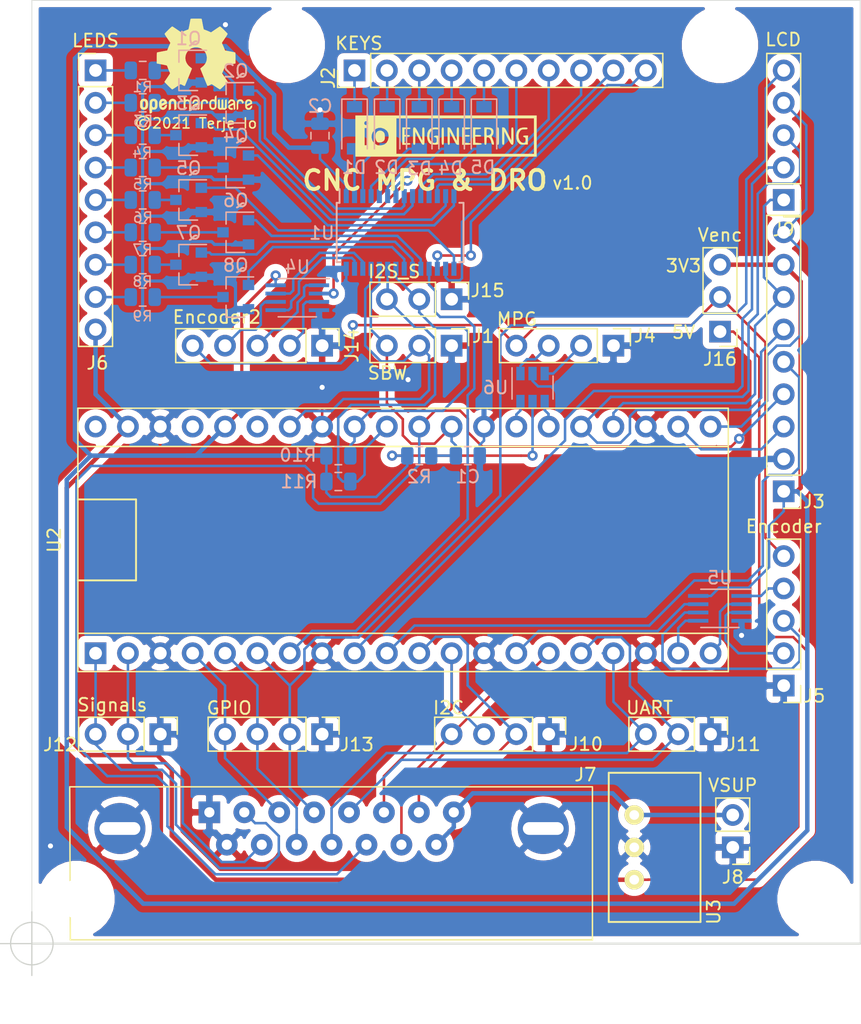
<source format=kicad_pcb>
(kicad_pcb (version 20171130) (host pcbnew "(5.1.2)-1")
  (title_block (date 2021-08-28))
  (layers (0 F.Cu signal) (31 B.Cu signal) (34 B.Paste user) (35 F.Paste user) (36 B.SilkS user) (37 F.SilkS user) (38 B.Mask user) (39 F.Mask user) (44 Edge.Cuts user))
  (net 0 "")
  (net 1 /ROW4)
  (net 2 "Net-(D1-Pad1)")
  (net 3 /ROW3)
  (net 4 "Net-(D2-Pad1)")
  (net 5 /ROW2)
  (net 6 "Net-(D3-Pad1)")
  (net 7 /ROW1)
  (net 8 "Net-(D4-Pad1)")
  (net 9 /ROW0)
  (net 10 "Net-(D5-Pad1)")
  (net 11 /COL4)
  (net 12 /COL3)
  (net 13 /COL2)
  (net 14 /COL1)
  (net 15 /COL0)
  (net 16 /MISO)
  (net 17 +3V3)
  (net 18 /CK)
  (net 19 /MOSI)
  (net 20 /DC)
  (net 21 /~Reset)
  (net 22 /~CS)
  (net 23 /MPG_A)
  (net 24 /MPG_B)
  (net 25 /ENC_SW)
  (net 26 /ENC_B)
  (net 27 /ENC_A)
  (net 28 +5V)
  (net 29 "Net-(J6-Pad8)")
  (net 30 "Net-(J6-Pad7)")
  (net 31 "Net-(J6-Pad6)")
  (net 32 "Net-(J6-Pad5)")
  (net 33 "Net-(J6-Pad4)")
  (net 34 "Net-(J6-Pad3)")
  (net 35 "Net-(J6-Pad2)")
  (net 36 "Net-(J6-Pad1)")
  (net 37 /RxD)
  (net 38 /TxD)
  (net 39 /GPIO0)
  (net 40 /FeedHold)
  (net 41 /GPIO2)
  (net 42 GND)
  (net 43 /GPIO1)
  (net 44 +12V)
  (net 45 /CycleSTart)
  (net 46 "Net-(Q1-Pad3)")
  (net 47 /LED0)
  (net 48 "Net-(Q2-Pad3)")
  (net 49 /LED1)
  (net 50 "Net-(Q3-Pad3)")
  (net 51 /LED2)
  (net 52 "Net-(Q4-Pad3)")
  (net 53 /LED3)
  (net 54 "Net-(Q5-Pad3)")
  (net 55 /LED4)
  (net 56 "Net-(Q6-Pad3)")
  (net 57 /LED5)
  (net 58 "Net-(Q7-Pad3)")
  (net 59 /LED6)
  (net 60 "Net-(Q8-Pad3)")
  (net 61 /LED7)
  (net 62 "Net-(U2-Pad40)")
  (net 63 "Net-(U2-Pad37)")
  (net 64 "Net-(U2-Pad35)")
  (net 65 /~INT_M)
  (net 66 /SDA_M)
  (net 67 /SDC_M)
  (net 68 /SDA_S)
  (net 69 /SCL_S)
  (net 70 /~INT_S)
  (net 71 /~RST)
  (net 72 /TEST)
  (net 73 /~CST)
  (net 74 /ENC2_SW)
  (net 75 /ENC2_B)
  (net 76 /ENC2_A)
  (net 77 "Net-(J14-Pad5)")
  (net 78 "Net-(J4-Pad3)")
  (net 79 "Net-(J4-Pad2)")
  (net 80 "Net-(J5-Pad4)")
  (net 81 "Net-(J5-Pad2)")
  (net 82 "Net-(J14-Pad4)")
  (net 83 "Net-(J14-Pad3)")
  (net 84 "Net-(J14-Pad2)")
  (net 85 "Net-(J5-Pad3)")
  (module IoEngineering:DB15 (layer F.Cu) (at 13.93 -10.3 180)
    (fp_text reference J7 (at -29.51 2.95) (layer F.SilkS))
    (fp_text value Controller)
    (pad 12 thru_hole circle (at -9.59 -2.54 180) (size 1.7 1.7) (drill 0.8) (layers *.Cu *.Mask) (net 37 /RxD))
    (pad 5 thru_hole circle (at -10.96 0 180) (size 1.7 1.7) (drill 0.8) (layers *.Cu *.Mask) (net 38 /TxD))
    (pad 4 thru_hole circle (at -8.22 0 180) (size 1.7 1.7) (drill 0.8) (layers *.Cu *.Mask) (net 39 /GPIO0))
    (pad 14 thru_hole circle (at -15.07 -2.54 180) (size 1.7 1.7) (drill 0.8) (layers *.Cu *.Mask) (net 65 /~INT_M))
    (pad 10 thru_hole circle (at -4.11 -2.54 180) (size 1.7 1.7) (drill 0.8) (layers *.Cu *.Mask) (net 40 /FeedHold))
    (pad 3 thru_hole circle (at -5.48 0 180) (size 1.7 1.7) (drill 0.8) (layers *.Cu *.Mask) (net 41 /GPIO2))
    (pad 9 thru_hole circle (at -1.37 -2.54 180) (size 1.7 1.7) (drill 0.8) (layers *.Cu *.Mask) (net 42 GND))
    (pad 13 thru_hole circle (at -12.33 -2.54 180) (size 1.7 1.7) (drill 0.8) (layers *.Cu *.Mask) (net 21 /~Reset))
    (pad 11 thru_hole circle (at -6.85 -2.54 180) (size 1.7 1.7) (drill 0.8) (layers *.Cu *.Mask) (net 43 /GPIO1))
    (pad 15 thru_hole circle (at -17.81 -2.54 180) (size 1.7 1.7) (drill 0.8) (layers *.Cu *.Mask) (net 44 +12V))
    (pad 8 thru_hole circle (at -19.18 0 180) (size 1.7 1.7) (drill 0.8) (layers *.Cu *.Mask) (net 44 +12V))
    (pad 7 thru_hole circle (at -16.44 0 180) (size 1.7 1.7) (drill 0.8) (layers *.Cu *.Mask) (net 66 /SDA_M))
    (pad 6 thru_hole circle (at -13.7 0 180) (size 1.7 1.7) (drill 0.8) (layers *.Cu *.Mask) (net 67 /SDC_M))
    (pad 2 thru_hole circle (at -2.74 0 180) (size 1.7 1.7) (drill 0.8) (layers *.Cu *.Mask) (net 45 /CycleSTart))
    (pad 1 thru_hole rect (at 0 0 180) (size 1.7 1.7) (drill 0.8) (layers *.Cu *.Mask) (net 42 GND))
    (pad 0 thru_hole circle (at -26.2 -1.27 180) (size 4 4) (drill oval 3.2 1) (layers *.Cu *.Mask) (net 42 GND))
    (pad 0 thru_hole circle (at 7.02 -1.27 180) (size 4 4) (drill oval 3.2 1) (layers *.Cu *.Mask) (net 42 GND))
  )
  (module IoEngineering:MountingHole_3mm_ClrHead (layer F.Cu) (at 54 -70.5)
    (fp_text reference REF** hide)
    (fp_text value MountingHole_3mm hide)
    (pad "" np_thru_hole circle (at 0 0) (size 3 3) (drill 3) (layers *.Cu *.Mask) (clearance 1.5))
  )
  (module IoEngineering:MountingHole_3mm_ClrHead (layer F.Cu) (at 20 -70.5)
    (fp_text reference REF** hide)
    (fp_text value MountingHole_3mm hide)
    (pad "" np_thru_hole circle (at 0 0) (size 3 3) (drill 3) (layers *.Cu *.Mask) (clearance 1.5))
  )
  (module IoEngineering:MountingHole_3mm_ClrHead (layer F.Cu) (at 61.5 -3.5)
    (fp_text reference REF** hide)
    (fp_text value MountingHole_3mm hide)
    (pad "" np_thru_hole circle (at 0 0) (size 3 3) (drill 3) (layers *.Cu *.Mask) (clearance 1.5))
  )
  (module IoEngineering:MountingHole_3mm_ClrHead (layer F.Cu) (at 3.5 -3.5)
    (fp_text reference REF** hide)
    (fp_text value MountingHole_3mm hide)
    (pad "" np_thru_hole circle (at 0 0) (size 3 3) (drill 3) (layers *.Cu *.Mask) (clearance 1.5))
  )
  (module Symbol:OSHW-Logo2_9.8x8mm_SilkScreen (layer F.Cu) (at 12.89 -68.85)
    (fp_text reference REF** hide)
    (fp_text value OSHW-Logo2_9.8x8mm_SilkScreen hide)
  )
  (module IoEngineering:IoEngineering (layer F.Cu) (at 32.5 -63.35)
    (fp_text reference G*** hide)
    (fp_text value LOGO hide)
  )
  (module Package_SO:SSOP-8_2.95x2.8mm_P0.65mm (layer B.Cu) (at 53.99 -26.3 180)
    (fp_text reference U5 (at 0 2.4) (layer B.SilkS) (effects (justify mirror)))
    (fp_text value 74LVC3G17)
    (pad 8 smd rect (at 1.7 0.975 270) (size 0.3 1.6) (layers B.Cu B.Paste B.Mask) (net 17 +3V3))
    (pad 7 smd rect (at 1.7 0.325 270) (size 0.3 1.6) (layers B.Cu B.Paste B.Mask) (net 25 /ENC_SW))
    (pad 6 smd rect (at 1.7 -0.325 270) (size 0.3 1.6) (layers B.Cu B.Paste B.Mask) (net 85 "Net-(J5-Pad3)"))
    (pad 5 smd rect (at 1.7 -0.975 270) (size 0.3 1.6) (layers B.Cu B.Paste B.Mask) (net 27 /ENC_A))
    (pad 4 smd rect (at -1.7 -0.975 270) (size 0.3 1.6) (layers B.Cu B.Paste B.Mask) (net 42 GND))
    (pad 3 smd rect (at -1.7 -0.325 270) (size 0.3 1.6) (layers B.Cu B.Paste B.Mask) (net 81 "Net-(J5-Pad2)"))
    (pad 2 smd rect (at -1.7 0.325 270) (size 0.3 1.6) (layers B.Cu B.Paste B.Mask) (net 26 /ENC_B))
    (pad 1 smd rect (at -1.7 0.975 270) (size 0.3 1.6) (layers B.Cu B.Paste B.Mask) (net 80 "Net-(J5-Pad4)"))
  )
  (module Package_TO_SOT_SMD:SOT-23-6 (layer B.Cu) (at 39.29 -43.62 270)
    (fp_text reference U6 (at 0 2.9 180) (layer B.SilkS) (effects (justify mirror)))
    (fp_text value 74LVC2G17)
    (pad 5 smd rect (at 1.1 0 270) (size 1.06 0.65) (layers B.Cu B.Paste B.Mask) (net 17 +3V3))
    (pad 6 smd rect (at 1.1 0.95 270) (size 1.06 0.65) (layers B.Cu B.Paste B.Mask) (net 23 /MPG_A))
    (pad 4 smd rect (at 1.1 -0.95 270) (size 1.06 0.65) (layers B.Cu B.Paste B.Mask) (net 24 /MPG_B))
    (pad 3 smd rect (at -1.1 -0.95 270) (size 1.06 0.65) (layers B.Cu B.Paste B.Mask) (net 79 "Net-(J4-Pad2)"))
    (pad 2 smd rect (at -1.1 0 270) (size 1.06 0.65) (layers B.Cu B.Paste B.Mask) (net 42 GND))
    (pad 1 smd rect (at -1.1 0.95 270) (size 1.06 0.65) (layers B.Cu B.Paste B.Mask) (net 78 "Net-(J4-Pad3)"))
  )
  (module Package_SO:SSOP-8_2.95x2.8mm_P0.65mm (layer B.Cu) (at 20.83 -50.67 180)
    (fp_text reference U4 (at 0 2.4) (layer B.SilkS) (effects (justify mirror)))
    (fp_text value 74LVC3G17)
    (pad 8 smd rect (at 1.7 0.975 270) (size 0.3 1.6) (layers B.Cu B.Paste B.Mask) (net 17 +3V3))
    (pad 7 smd rect (at 1.7 0.325 270) (size 0.3 1.6) (layers B.Cu B.Paste B.Mask) (net 75 /ENC2_B))
    (pad 6 smd rect (at 1.7 -0.325 270) (size 0.3 1.6) (layers B.Cu B.Paste B.Mask) (net 82 "Net-(J14-Pad4)"))
    (pad 5 smd rect (at 1.7 -0.975 270) (size 0.3 1.6) (layers B.Cu B.Paste B.Mask) (net 76 /ENC2_A))
    (pad 4 smd rect (at -1.7 -0.975 270) (size 0.3 1.6) (layers B.Cu B.Paste B.Mask) (net 42 GND))
    (pad 3 smd rect (at -1.7 -0.325 270) (size 0.3 1.6) (layers B.Cu B.Paste B.Mask) (net 84 "Net-(J14-Pad2)"))
    (pad 2 smd rect (at -1.7 0.325 270) (size 0.3 1.6) (layers B.Cu B.Paste B.Mask) (net 74 /ENC2_SW))
    (pad 1 smd rect (at -1.7 0.975 270) (size 0.3 1.6) (layers B.Cu B.Paste B.Mask) (net 83 "Net-(J14-Pad3)"))
  )
  (module Connector_PinHeader_2.54mm:PinHeader_1x03_P2.54mm_Vertical (layer F.Cu) (at 54 -48.18 180)
    (fp_text reference J16 (at 0 -2.33) (layer F.SilkS))
    (fp_text value Venc (at 0 7.41) (layer F.SilkS))
    (pad 3 thru_hole oval (at 0 5.08 180) (size 1.7 1.7) (drill 1) (layers *.Cu *.Mask) (net 17 +3V3))
    (pad 2 thru_hole oval (at 0 2.54 180) (size 1.7 1.7) (drill 1) (layers *.Cu *.Mask) (net 77 "Net-(J14-Pad5)"))
    (pad 1 thru_hole rect (at 0 -0.17 180) (size 1.7 1.7) (drill 1) (layers *.Cu *.Mask) (net 28 +5V))
  )
  (module Connector_PinHeader_2.54mm:PinHeader_1x03_P2.54mm_Vertical (layer F.Cu) (at 32.94 -50.55 270)
    (fp_text reference J15 (at -0.68 -2.83 180) (layer F.SilkS))
    (fp_text value I2S_S (at -2.17 4.5 180) (layer F.SilkS))
    (pad 3 thru_hole oval (at 0 5.08 270) (size 1.7 1.7) (drill 1) (layers *.Cu *.Mask) (net 68 /SDA_S))
    (pad 2 thru_hole oval (at 0 2.54 270) (size 1.7 1.7) (drill 1) (layers *.Cu *.Mask) (net 69 /SCL_S))
    (pad 1 thru_hole rect (at 0 0 270) (size 1.7 1.7) (drill 1) (layers *.Cu *.Mask) (net 42 GND))
  )
  (module IoEngineering:TSR_1 (layer F.Cu) (at 47.27 -7.55 270)
    (fp_text reference U3 (at 5.06 -6.24 90) (layer F.SilkS))
    (fp_text value TSR1-2450)
    (pad 3 thru_hole circle (at 2.54 0 270) (size 1.524 1.524) (drill 0.762) (layers *.Cu *.Mask F.SilkS) (net 28 +5V))
    (pad 2 thru_hole circle (at 0 0 270) (size 1.524 1.524) (drill 0.762) (layers *.Cu *.Mask F.SilkS) (net 42 GND))
    (pad 1 thru_hole circle (at -2.54 0 270) (size 1.524 1.524) (drill 0.762) (layers *.Cu *.Mask F.SilkS) (net 44 +12V))
  )
  (module Connector_PinHeader_2.54mm:PinHeader_1x02_P2.54mm_Vertical (layer F.Cu) (at 55 -7.55 180)
    (fp_text reference J8 (at 0 -2.33) (layer F.SilkS))
    (fp_text value VSUP (at 0 4.87 180) (layer F.SilkS))
    (pad 2 thru_hole oval (at 0 2.54 180) (size 1.7 1.7) (drill 1) (layers *.Cu *.Mask) (net 44 +12V))
    (pad 1 thru_hole rect (at 0 0 180) (size 1.7 1.7) (drill 1) (layers *.Cu *.Mask) (net 42 GND))
  )
  (module Capacitor_SMD:C_0805_2012Metric (layer B.Cu) (at 22.61 -63.38 90)
    (fp_text reference C2 (at 2.32 0.01) (layer B.SilkS) (effects (justify mirror)))
    (fp_text value C)
    (pad 2 smd roundrect (at 0.9375 0 90) (size 0.975 1.4) (layers B.Cu B.Paste B.Mask) (net 42 GND))
    (pad 1 smd roundrect (at -0.9375 0 90) (size 0.975 1.4) (layers B.Cu B.Paste B.Mask) (net 17 +3V3))
  )
  (module Connector_PinHeader_2.54mm:PinHeader_1x05_P2.54mm_Vertical (layer F.Cu) (at 22.78 -46.91 270)
    (fp_text reference J14 (at 0 -2.33 90) (layer F.SilkS))
    (fp_text value Encoder2 (at -2.24 8.27 180) (layer F.SilkS))
    (pad 5 thru_hole oval (at 0 10.16 270) (size 1.7 1.7) (drill 1) (layers *.Cu *.Mask) (net 77 "Net-(J14-Pad5)"))
    (pad 4 thru_hole oval (at 0 7.62 270) (size 1.7 1.7) (drill 1) (layers *.Cu *.Mask) (net 82 "Net-(J14-Pad4)"))
    (pad 3 thru_hole oval (at 0 5.08 270) (size 1.7 1.7) (drill 1) (layers *.Cu *.Mask) (net 83 "Net-(J14-Pad3)"))
    (pad 2 thru_hole oval (at 0 2.54 270) (size 1.7 1.7) (drill 1) (layers *.Cu *.Mask) (net 84 "Net-(J14-Pad2)"))
    (pad 1 thru_hole rect (at 0 0 270) (size 1.7 1.7) (drill 1) (layers *.Cu *.Mask) (net 42 GND))
  )
  (module Connector_PinHeader_2.54mm:PinHeader_1x04_P2.54mm_Vertical (layer F.Cu) (at 22.78 -16.43 270)
    (fp_text reference J13 (at 0.82 -2.72 180) (layer F.SilkS))
    (fp_text value GPIO (at -2.05 7.29) (layer F.SilkS))
    (pad 4 thru_hole oval (at 0 7.62 270) (size 1.7 1.7) (drill 1) (layers *.Cu *.Mask) (net 41 /GPIO2))
    (pad 3 thru_hole oval (at 0 5.08 270) (size 1.7 1.7) (drill 1) (layers *.Cu *.Mask) (net 43 /GPIO1))
    (pad 2 thru_hole oval (at 0 2.54 270) (size 1.7 1.7) (drill 1) (layers *.Cu *.Mask) (net 39 /GPIO0))
    (pad 1 thru_hole rect (at 0 0 270) (size 1.7 1.7) (drill 1) (layers *.Cu *.Mask) (net 42 GND))
  )
  (module Connector_PinHeader_2.54mm:PinHeader_1x03_P2.54mm_Vertical (layer F.Cu) (at 10.08 -16.43 270)
    (fp_text reference J12 (at 0.82 7.86 180) (layer F.SilkS))
    (fp_text value Signals (at -2.3 3.77) (layer F.SilkS))
    (pad 3 thru_hole oval (at 0 5.08 270) (size 1.7 1.7) (drill 1) (layers *.Cu *.Mask) (net 45 /CycleSTart))
    (pad 2 thru_hole oval (at 0 2.54 270) (size 1.7 1.7) (drill 1) (layers *.Cu *.Mask) (net 40 /FeedHold))
    (pad 1 thru_hole rect (at 0 0 270) (size 1.7 1.7) (drill 1) (layers *.Cu *.Mask) (net 42 GND))
  )
  (module Connector_PinHeader_2.54mm:PinHeader_1x03_P2.54mm_Vertical (layer F.Cu) (at 53.26 -16.43 270)
    (fp_text reference J11 (at 0.8 -2.59 180) (layer F.SilkS))
    (fp_text value UART (at -2.07 4.79 180) (layer F.SilkS))
    (pad 3 thru_hole oval (at 0 5.08 270) (size 1.7 1.7) (drill 1) (layers *.Cu *.Mask) (net 37 /RxD))
    (pad 2 thru_hole oval (at 0 2.54 270) (size 1.7 1.7) (drill 1) (layers *.Cu *.Mask) (net 38 /TxD))
    (pad 1 thru_hole rect (at 0 0 270) (size 1.7 1.7) (drill 1) (layers *.Cu *.Mask) (net 42 GND))
  )
  (module Connector_PinHeader_2.54mm:PinHeader_1x04_P2.54mm_Vertical (layer F.Cu) (at 40.56 -16.43 270)
    (fp_text reference J10 (at 0.78 -2.92) (layer F.SilkS))
    (fp_text value I2C (at -2.07 7.86 180) (layer F.SilkS))
    (pad 4 thru_hole oval (at 0 7.62 270) (size 1.7 1.7) (drill 1) (layers *.Cu *.Mask) (net 65 /~INT_M))
    (pad 3 thru_hole oval (at 0 5.08 270) (size 1.7 1.7) (drill 1) (layers *.Cu *.Mask) (net 67 /SDC_M))
    (pad 2 thru_hole oval (at 0 2.54 270) (size 1.7 1.7) (drill 1) (layers *.Cu *.Mask) (net 66 /SDA_M))
    (pad 1 thru_hole rect (at 0 0 270) (size 1.7 1.7) (drill 1) (layers *.Cu *.Mask) (net 42 GND))
  )
  (module Resistor_SMD:R_0805_2012Metric (layer B.Cu) (at 24.05 -36.25)
    (fp_text reference R11 (at -3.09 0.01) (layer B.SilkS) (effects (justify mirror)))
    (fp_text value R)
    (pad 1 smd roundrect (at -0.9375 0) (size 0.975 1.4) (layers B.Cu B.Paste B.Mask) (net 17 +3V3))
    (pad 2 smd roundrect (at 0.9375 0) (size 0.975 1.4) (layers B.Cu B.Paste B.Mask) (net 68 /SDA_S))
  )
  (module Resistor_SMD:R_0805_2012Metric (layer B.Cu) (at 24.05 -38.28)
    (fp_text reference R10 (at -3.17 -0.04) (layer B.SilkS) (effects (justify mirror)))
    (fp_text value R)
    (pad 1 smd roundrect (at -0.9375 0) (size 0.975 1.4) (layers B.Cu B.Paste B.Mask) (net 17 +3V3))
    (pad 2 smd roundrect (at 0.9375 0) (size 0.975 1.4) (layers B.Cu B.Paste B.Mask) (net 69 /SCL_S))
  )
  (module Capacitor_SMD:C_0805_2012Metric (layer B.Cu) (at 34.21 -38.28)
    (fp_text reference C1 (at 0 1.65) (layer B.SilkS) (effects (justify mirror)))
    (fp_text value C)
    (pad 2 smd roundrect (at 0.9375 0) (size 0.975 1.4) (layers B.Cu B.Paste B.Mask) (net 42 GND))
    (pad 1 smd roundrect (at -0.9375 0) (size 0.975 1.4) (layers B.Cu B.Paste B.Mask) (net 71 /~RST))
  )
  (module Connector_PinHeader_2.54mm:PinHeader_1x05_P2.54mm_Vertical (layer F.Cu) (at 59 -58.34 180)
    (fp_text reference J9 (at 0 -2.33) (layer F.SilkS))
    (fp_text value TOUCH)
    (pad 5 thru_hole oval (at 0 10.16 180) (size 1.7 1.7) (drill 1) (layers *.Cu *.Mask) (net 39 /GPIO0))
    (pad 4 thru_hole oval (at 0 7.62 180) (size 1.7 1.7) (drill 1) (layers *.Cu *.Mask) (net 16 /MISO))
    (pad 3 thru_hole oval (at 0 5.08 180) (size 1.7 1.7) (drill 1) (layers *.Cu *.Mask) (net 19 /MOSI))
    (pad 2 thru_hole oval (at 0 2.54 180) (size 1.7 1.7) (drill 1) (layers *.Cu *.Mask) (net 73 /~CST))
    (pad 1 thru_hole rect (at 0 0 180) (size 1.7 1.7) (drill 1) (layers *.Cu *.Mask) (net 18 /CK))
  )
  (module Connector_PinHeader_2.54mm:PinHeader_1x03_P2.54mm_Vertical (layer F.Cu) (at 32.94 -46.91 270)
    (fp_text reference J1 (at -0.74 -2.47 180) (layer F.SilkS))
    (fp_text value SBW (at 2.15 5.03 180) (layer F.SilkS))
    (pad 3 thru_hole oval (at 0 5.08 270) (size 1.7 1.7) (drill 1) (layers *.Cu *.Mask) (net 71 /~RST))
    (pad 2 thru_hole oval (at 0 2.54 270) (size 1.7 1.7) (drill 1) (layers *.Cu *.Mask) (net 72 /TEST))
    (pad 1 thru_hole rect (at 0 0 270) (size 1.7 1.7) (drill 1) (layers *.Cu *.Mask) (net 42 GND))
  )
  (module IoEngineering:Pi_Pico_DEV (layer F.Cu) (at 5 -22.78 90)
    (fp_text reference U2 (at 8.88 -3.24 90) (layer F.SilkS))
    (fp_text value Pi_Pico_DEV)
    (pad 40 thru_hole circle (at 17.78 0 90) (size 1.7 1.7) (drill 1) (layers *.Cu *.Mask) (net 62 "Net-(U2-Pad40)"))
    (pad 20 thru_hole circle (at 0 48.26 90) (size 1.7 1.7) (drill 1) (layers *.Cu *.Mask) (net 26 /ENC_B))
    (pad 39 thru_hole circle (at 17.78 2.54 90) (size 1.7 1.7) (drill 1) (layers *.Cu *.Mask) (net 28 +5V))
    (pad 19 thru_hole circle (at 0 45.72 90) (size 1.7 1.7) (drill 1) (layers *.Cu *.Mask) (net 27 /ENC_A))
    (pad 38 thru_hole circle (at 17.78 5.08 90) (size 1.7 1.7) (drill 1) (layers *.Cu *.Mask) (net 42 GND))
    (pad 18 thru_hole circle (at 0 43.18 90) (size 1.7 1.7) (drill 1) (layers *.Cu *.Mask) (net 42 GND))
    (pad 37 thru_hole circle (at 17.78 7.62 90) (size 1.7 1.7) (drill 1) (layers *.Cu *.Mask) (net 63 "Net-(U2-Pad37)"))
    (pad 17 thru_hole circle (at 0 40.64 90) (size 1.7 1.7) (drill 1) (layers *.Cu *.Mask) (net 37 /RxD))
    (pad 36 thru_hole circle (at 17.78 10.16 90) (size 1.7 1.7) (drill 1) (layers *.Cu *.Mask) (net 17 +3V3))
    (pad 16 thru_hole circle (at 0 38.1 90) (size 1.7 1.7) (drill 1) (layers *.Cu *.Mask) (net 38 /TxD))
    (pad 35 thru_hole circle (at 17.78 12.7 90) (size 1.7 1.7) (drill 1) (layers *.Cu *.Mask) (net 64 "Net-(U2-Pad35)"))
    (pad 15 thru_hole circle (at 0 35.56 90) (size 1.7 1.7) (drill 1) (layers *.Cu *.Mask) (net 65 /~INT_M))
    (pad 34 thru_hole circle (at 17.78 15.24 90) (size 1.7 1.7) (drill 1) (layers *.Cu *.Mask) (net 72 /TEST))
    (pad 14 thru_hole circle (at 0 33.02 90) (size 1.7 1.7) (drill 1) (layers *.Cu *.Mask) (net 25 /ENC_SW))
    (pad 33 thru_hole circle (at 17.78 17.78 90) (size 1.7 1.7) (drill 1) (layers *.Cu *.Mask) (net 42 GND))
    (pad 13 thru_hole circle (at 0 30.48 90) (size 1.7 1.7) (drill 1) (layers *.Cu *.Mask) (net 42 GND))
    (pad 32 thru_hole circle (at 17.78 20.32 90) (size 1.7 1.7) (drill 1) (layers *.Cu *.Mask) (net 69 /SCL_S))
    (pad 12 thru_hole circle (at 0 27.94 90) (size 1.7 1.7) (drill 1) (layers *.Cu *.Mask) (net 67 /SDC_M))
    (pad 31 thru_hole circle (at 17.78 22.86 90) (size 1.7 1.7) (drill 1) (layers *.Cu *.Mask) (net 68 /SDA_S))
    (pad 11 thru_hole circle (at 0 25.4 90) (size 1.7 1.7) (drill 1) (layers *.Cu *.Mask) (net 66 /SDA_M))
    (pad 30 thru_hole circle (at 17.78 25.4 90) (size 1.7 1.7) (drill 1) (layers *.Cu *.Mask) (net 21 /~Reset))
    (pad 10 thru_hole circle (at 0 22.86 90) (size 1.7 1.7) (drill 1) (layers *.Cu *.Mask) (net 20 /DC))
    (pad 10 thru_hole circle (at 0 22.86 90) (size 1.7 1.7) (drill 1) (layers *.Cu *.Mask) (net 20 /DC))
    (pad 29 thru_hole circle (at 17.78 27.94 90) (size 1.7 1.7) (drill 1) (layers *.Cu *.Mask) (net 71 /~RST))
    (pad 9 thru_hole circle (at 0 20.32 90) (size 1.7 1.7) (drill 1) (layers *.Cu *.Mask) (net 73 /~CST))
    (pad 28 thru_hole circle (at 17.78 30.48 90) (size 1.7 1.7) (drill 1) (layers *.Cu *.Mask) (net 42 GND))
    (pad 8 thru_hole circle (at 0 17.78 90) (size 1.7 1.7) (drill 1) (layers *.Cu *.Mask) (net 42 GND))
    (pad 27 thru_hole circle (at 17.78 33.02 90) (size 1.7 1.7) (drill 1) (layers *.Cu *.Mask) (net 23 /MPG_A))
    (pad 7 thru_hole circle (at 0 15.24 90) (size 1.7 1.7) (drill 1) (layers *.Cu *.Mask) (net 70 /~INT_S))
    (pad 26 thru_hole circle (at 17.78 35.56 90) (size 1.7 1.7) (drill 1) (layers *.Cu *.Mask) (net 24 /MPG_B))
    (pad 6 thru_hole circle (at 0 12.7 90) (size 1.7 1.7) (drill 1) (layers *.Cu *.Mask) (net 39 /GPIO0))
    (pad 25 thru_hole circle (at 17.78 38.1 90) (size 1.7 1.7) (drill 1) (layers *.Cu *.Mask) (net 19 /MOSI))
    (pad 5 thru_hole circle (at 0 10.16 90) (size 1.7 1.7) (drill 1) (layers *.Cu *.Mask) (net 43 /GPIO1))
    (pad 24 thru_hole circle (at 17.78 40.64 90) (size 1.7 1.7) (drill 1) (layers *.Cu *.Mask) (net 18 /CK))
    (pad 4 thru_hole circle (at 0 7.62 90) (size 1.7 1.7) (drill 1) (layers *.Cu *.Mask) (net 41 /GPIO2))
    (pad 23 thru_hole circle (at 17.78 43.18 90) (size 1.7 1.7) (drill 1) (layers *.Cu *.Mask) (net 42 GND))
    (pad 3 thru_hole circle (at 0 5.08 90) (size 1.7 1.7) (drill 1) (layers *.Cu *.Mask) (net 42 GND))
    (pad 22 thru_hole circle (at 17.78 45.72 90) (size 1.7 1.7) (drill 1) (layers *.Cu *.Mask) (net 22 /~CS))
    (pad 2 thru_hole circle (at 0 2.54 90) (size 1.7 1.7) (drill 1) (layers *.Cu *.Mask) (net 40 /FeedHold))
    (pad 21 thru_hole circle (at 17.78 48.26 90) (size 1.7 1.7) (drill 1) (layers *.Cu *.Mask) (net 16 /MISO))
    (pad 1 thru_hole rect (at 0 0 90) (size 1.7 1.7) (drill 1) (layers *.Cu *.Mask) (net 45 /CycleSTart))
  )
  (module Package_SO:TSSOP-28_4.4x9.7mm_P0.65mm (layer B.Cu) (at 28.895 -55.79 270)
    (fp_text reference U1 (at 0.05 6.145 180) (layer B.SilkS) (effects (justify mirror)))
    (fp_text value MSP430G2553-28)
    (pad 28 smd rect (at 2.85 4.225 270) (size 1.1 0.4) (layers B.Cu B.Paste B.Mask) (net 42 GND))
    (pad 27 smd rect (at 2.85 3.575 270) (size 1.1 0.4) (layers B.Cu B.Paste B.Mask) (net 76 /ENC2_A))
    (pad 26 smd rect (at 2.85 2.925 270) (size 1.1 0.4) (layers B.Cu B.Paste B.Mask) (net 75 /ENC2_B))
    (pad 25 smd rect (at 2.85 2.275 270) (size 1.1 0.4) (layers B.Cu B.Paste B.Mask) (net 72 /TEST))
    (pad 24 smd rect (at 2.85 1.625 270) (size 1.1 0.4) (layers B.Cu B.Paste B.Mask) (net 71 /~RST))
    (pad 23 smd rect (at 2.85 0.975 270) (size 1.1 0.4) (layers B.Cu B.Paste B.Mask) (net 68 /SDA_S))
    (pad 22 smd rect (at 2.85 0.325 270) (size 1.1 0.4) (layers B.Cu B.Paste B.Mask) (net 69 /SCL_S))
    (pad 21 smd rect (at 2.85 -0.325 270) (size 1.1 0.4) (layers B.Cu B.Paste B.Mask) (net 61 /LED7))
    (pad 20 smd rect (at 2.85 -0.975 270) (size 1.1 0.4) (layers B.Cu B.Paste B.Mask) (net 59 /LED6))
    (pad 19 smd rect (at 2.85 -1.625 270) (size 1.1 0.4) (layers B.Cu B.Paste B.Mask) (net 57 /LED5))
    (pad 18 smd rect (at 2.85 -2.275 270) (size 1.1 0.4) (layers B.Cu B.Paste B.Mask) (net 70 /~INT_S))
    (pad 17 smd rect (at 2.85 -2.925 270) (size 1.1 0.4) (layers B.Cu B.Paste B.Mask) (net 11 /COL4))
    (pad 16 smd rect (at 2.85 -3.575 270) (size 1.1 0.4) (layers B.Cu B.Paste B.Mask) (net 12 /COL3))
    (pad 15 smd rect (at 2.85 -4.225 270) (size 1.1 0.4) (layers B.Cu B.Paste B.Mask) (net 55 /LED4))
    (pad 14 smd rect (at -2.85 -4.225 270) (size 1.1 0.4) (layers B.Cu B.Paste B.Mask) (net 53 /LED3))
    (pad 13 smd rect (at -2.85 -3.575 270) (size 1.1 0.4) (layers B.Cu B.Paste B.Mask) (net 51 /LED2))
    (pad 12 smd rect (at -2.85 -2.925 270) (size 1.1 0.4) (layers B.Cu B.Paste B.Mask) (net 13 /COL2))
    (pad 11 smd rect (at -2.85 -2.275 270) (size 1.1 0.4) (layers B.Cu B.Paste B.Mask) (net 14 /COL1))
    (pad 10 smd rect (at -2.85 -1.625 270) (size 1.1 0.4) (layers B.Cu B.Paste B.Mask) (net 15 /COL0))
    (pad 9 smd rect (at -2.85 -0.975 270) (size 1.1 0.4) (layers B.Cu B.Paste B.Mask) (net 47 /LED0))
    (pad 8 smd rect (at -2.85 -0.325 270) (size 1.1 0.4) (layers B.Cu B.Paste B.Mask) (net 49 /LED1))
    (pad 7 smd rect (at -2.85 0.325 270) (size 1.1 0.4) (layers B.Cu B.Paste B.Mask) (net 74 /ENC2_SW))
    (pad 6 smd rect (at -2.85 0.975 270) (size 1.1 0.4) (layers B.Cu B.Paste B.Mask) (net 1 /ROW4))
    (pad 5 smd rect (at -2.85 1.625 270) (size 1.1 0.4) (layers B.Cu B.Paste B.Mask) (net 3 /ROW3))
    (pad 4 smd rect (at -2.85 2.275 270) (size 1.1 0.4) (layers B.Cu B.Paste B.Mask) (net 5 /ROW2))
    (pad 3 smd rect (at -2.85 2.925 270) (size 1.1 0.4) (layers B.Cu B.Paste B.Mask) (net 7 /ROW1))
    (pad 2 smd rect (at -2.85 3.575 270) (size 1.1 0.4) (layers B.Cu B.Paste B.Mask) (net 9 /ROW0))
    (pad 1 smd rect (at -2.85 4.225 270) (size 1.1 0.4) (layers B.Cu B.Paste B.Mask) (net 17 +3V3))
  )
  (module Resistor_SMD:R_0805_2012Metric (layer B.Cu) (at 8.7 -50.72)
    (fp_text reference R9 (at -0.02 1.5) (layer B.SilkS) (effects (font (size 0.8 0.8) (thickness 0.12)) (justify mirror)))
    (fp_text value R)
    (pad 2 smd roundrect (at 0.9375 0) (size 0.975 1.4) (layers B.Cu B.Paste B.Mask) (net 60 "Net-(Q8-Pad3)"))
    (pad 1 smd roundrect (at -0.9375 0) (size 0.975 1.4) (layers B.Cu B.Paste B.Mask) (net 29 "Net-(J6-Pad8)"))
  )
  (module Resistor_SMD:R_0805_2012Metric (layer B.Cu) (at 8.7 -53.26)
    (fp_text reference R8 (at -0.02 1.32) (layer B.SilkS) (effects (font (size 0.8 0.8) (thickness 0.12)) (justify mirror)))
    (fp_text value R)
    (pad 2 smd roundrect (at 0.9375 0) (size 0.975 1.4) (layers B.Cu B.Paste B.Mask) (net 58 "Net-(Q7-Pad3)"))
    (pad 1 smd roundrect (at -0.9375 0) (size 0.975 1.4) (layers B.Cu B.Paste B.Mask) (net 30 "Net-(J6-Pad7)"))
  )
  (module Resistor_SMD:R_0805_2012Metric (layer B.Cu) (at 8.7 -55.8)
    (fp_text reference R7 (at -0.02 1.36) (layer B.SilkS) (effects (font (size 0.8 0.8) (thickness 0.12)) (justify mirror)))
    (fp_text value R)
    (pad 2 smd roundrect (at 0.9375 0) (size 0.975 1.4) (layers B.Cu B.Paste B.Mask) (net 56 "Net-(Q6-Pad3)"))
    (pad 1 smd roundrect (at -0.9375 0) (size 0.975 1.4) (layers B.Cu B.Paste B.Mask) (net 31 "Net-(J6-Pad6)"))
  )
  (module Resistor_SMD:R_0805_2012Metric (layer B.Cu) (at 8.7 -58.34)
    (fp_text reference R6 (at 0.01 1.38) (layer B.SilkS) (effects (font (size 0.8 0.8) (thickness 0.12)) (justify mirror)))
    (fp_text value R)
    (pad 2 smd roundrect (at 0.9375 0) (size 0.975 1.4) (layers B.Cu B.Paste B.Mask) (net 54 "Net-(Q5-Pad3)"))
    (pad 1 smd roundrect (at -0.9375 0) (size 0.975 1.4) (layers B.Cu B.Paste B.Mask) (net 32 "Net-(J6-Pad5)"))
  )
  (module Resistor_SMD:R_0805_2012Metric (layer B.Cu) (at 8.7 -60.88)
    (fp_text reference R5 (at 0 1.31) (layer B.SilkS) (effects (font (size 0.8 0.8) (thickness 0.12)) (justify mirror)))
    (fp_text value R)
    (pad 2 smd roundrect (at 0.9375 0) (size 0.975 1.4) (layers B.Cu B.Paste B.Mask) (net 52 "Net-(Q4-Pad3)"))
    (pad 1 smd roundrect (at -0.9375 0) (size 0.975 1.4) (layers B.Cu B.Paste B.Mask) (net 33 "Net-(J6-Pad4)"))
  )
  (module Resistor_SMD:R_0805_2012Metric (layer B.Cu) (at 8.7 -63.42)
    (fp_text reference R4 (at -0.04 1.37) (layer B.SilkS) (effects (font (size 0.8 0.8) (thickness 0.12)) (justify mirror)))
    (fp_text value R)
    (pad 2 smd roundrect (at 0.9375 0) (size 0.975 1.4) (layers B.Cu B.Paste B.Mask) (net 50 "Net-(Q3-Pad3)"))
    (pad 1 smd roundrect (at -0.9375 0) (size 0.975 1.4) (layers B.Cu B.Paste B.Mask) (net 34 "Net-(J6-Pad3)"))
  )
  (module Resistor_SMD:R_0805_2012Metric (layer B.Cu) (at 8.7 -65.96)
    (fp_text reference R3 (at 0.03 1.42) (layer B.SilkS) (effects (font (size 0.8 0.8) (thickness 0.12)) (justify mirror)))
    (fp_text value R)
    (pad 2 smd roundrect (at 0.9375 0) (size 0.975 1.4) (layers B.Cu B.Paste B.Mask) (net 48 "Net-(Q2-Pad3)"))
    (pad 1 smd roundrect (at -0.9375 0) (size 0.975 1.4) (layers B.Cu B.Paste B.Mask) (net 35 "Net-(J6-Pad2)"))
  )
  (module Resistor_SMD:R_0805_2012Metric (layer B.Cu) (at 30.4 -38.28)
    (fp_text reference R2 (at 0 1.65) (layer B.SilkS) (effects (justify mirror)))
    (fp_text value R)
    (pad 2 smd roundrect (at 0.9375 0) (size 0.975 1.4) (layers B.Cu B.Paste B.Mask) (net 71 /~RST))
    (pad 1 smd roundrect (at -0.9375 0) (size 0.975 1.4) (layers B.Cu B.Paste B.Mask) (net 17 +3V3))
  )
  (module Resistor_SMD:R_0805_2012Metric (layer B.Cu) (at 8.7 -68.5)
    (fp_text reference R1 (at -0.02 1.3) (layer B.SilkS) (effects (font (size 0.8 0.8) (thickness 0.12)) (justify mirror)))
    (fp_text value R)
    (pad 2 smd roundrect (at 0.9375 0) (size 0.975 1.4) (layers B.Cu B.Paste B.Mask) (net 46 "Net-(Q1-Pad3)"))
    (pad 1 smd roundrect (at -0.9375 0) (size 0.975 1.4) (layers B.Cu B.Paste B.Mask) (net 36 "Net-(J6-Pad1)"))
  )
  (module Package_TO_SOT_SMD:SOT-23 (layer B.Cu) (at 16 -50.72 180)
    (fp_text reference Q8 (at 0 2.5) (layer B.SilkS) (effects (justify mirror)))
    (fp_text value 2N7002)
    (pad 3 smd rect (at 1 0 180) (size 0.9 0.8) (layers B.Cu B.Paste B.Mask) (net 60 "Net-(Q8-Pad3)"))
    (pad 2 smd rect (at -1 -0.95 180) (size 0.9 0.8) (layers B.Cu B.Paste B.Mask) (net 42 GND))
    (pad 1 smd rect (at -1 0.95 180) (size 0.9 0.8) (layers B.Cu B.Paste B.Mask) (net 61 /LED7))
  )
  (module Package_TO_SOT_SMD:SOT-23 (layer B.Cu) (at 12.3 -53.26 180)
    (fp_text reference Q7 (at 0 2.5) (layer B.SilkS) (effects (justify mirror)))
    (fp_text value 2N7002)
    (pad 3 smd rect (at 1 0 180) (size 0.9 0.8) (layers B.Cu B.Paste B.Mask) (net 58 "Net-(Q7-Pad3)"))
    (pad 2 smd rect (at -1 -0.95 180) (size 0.9 0.8) (layers B.Cu B.Paste B.Mask) (net 42 GND))
    (pad 1 smd rect (at -1 0.95 180) (size 0.9 0.8) (layers B.Cu B.Paste B.Mask) (net 59 /LED6))
  )
  (module Package_TO_SOT_SMD:SOT-23 (layer B.Cu) (at 16 -55.8 180)
    (fp_text reference Q6 (at 0 2.5) (layer B.SilkS) (effects (justify mirror)))
    (fp_text value 2N7002)
    (pad 3 smd rect (at 1 0 180) (size 0.9 0.8) (layers B.Cu B.Paste B.Mask) (net 56 "Net-(Q6-Pad3)"))
    (pad 2 smd rect (at -1 -0.95 180) (size 0.9 0.8) (layers B.Cu B.Paste B.Mask) (net 42 GND))
    (pad 1 smd rect (at -1 0.95 180) (size 0.9 0.8) (layers B.Cu B.Paste B.Mask) (net 57 /LED5))
  )
  (module Package_TO_SOT_SMD:SOT-23 (layer B.Cu) (at 12.3 -58.34 180)
    (fp_text reference Q5 (at 0 2.5) (layer B.SilkS) (effects (justify mirror)))
    (fp_text value 2N7002)
    (pad 3 smd rect (at 1 0 180) (size 0.9 0.8) (layers B.Cu B.Paste B.Mask) (net 54 "Net-(Q5-Pad3)"))
    (pad 2 smd rect (at -1 -0.95 180) (size 0.9 0.8) (layers B.Cu B.Paste B.Mask) (net 42 GND))
    (pad 1 smd rect (at -1 0.95 180) (size 0.9 0.8) (layers B.Cu B.Paste B.Mask) (net 55 /LED4))
  )
  (module Package_TO_SOT_SMD:SOT-23 (layer B.Cu) (at 16 -60.88 180)
    (fp_text reference Q4 (at 0 2.5) (layer B.SilkS) (effects (justify mirror)))
    (fp_text value 2N7002)
    (pad 3 smd rect (at 1 0 180) (size 0.9 0.8) (layers B.Cu B.Paste B.Mask) (net 52 "Net-(Q4-Pad3)"))
    (pad 2 smd rect (at -1 -0.95 180) (size 0.9 0.8) (layers B.Cu B.Paste B.Mask) (net 42 GND))
    (pad 1 smd rect (at -1 0.95 180) (size 0.9 0.8) (layers B.Cu B.Paste B.Mask) (net 53 /LED3))
  )
  (module Package_TO_SOT_SMD:SOT-23 (layer B.Cu) (at 12.3 -63.42 180)
    (fp_text reference Q3 (at 0 2.5) (layer B.SilkS) (effects (justify mirror)))
    (fp_text value 2N7002)
    (pad 3 smd rect (at 1 0 180) (size 0.9 0.8) (layers B.Cu B.Paste B.Mask) (net 50 "Net-(Q3-Pad3)"))
    (pad 2 smd rect (at -1 -0.95 180) (size 0.9 0.8) (layers B.Cu B.Paste B.Mask) (net 42 GND))
    (pad 1 smd rect (at -1 0.95 180) (size 0.9 0.8) (layers B.Cu B.Paste B.Mask) (net 51 /LED2))
  )
  (module Package_TO_SOT_SMD:SOT-23 (layer B.Cu) (at 16 -65.96 180)
    (fp_text reference Q2 (at 0 2.5) (layer B.SilkS) (effects (justify mirror)))
    (fp_text value 2N7002)
    (pad 3 smd rect (at 1 0 180) (size 0.9 0.8) (layers B.Cu B.Paste B.Mask) (net 48 "Net-(Q2-Pad3)"))
    (pad 2 smd rect (at -1 -0.95 180) (size 0.9 0.8) (layers B.Cu B.Paste B.Mask) (net 42 GND))
    (pad 1 smd rect (at -1 0.95 180) (size 0.9 0.8) (layers B.Cu B.Paste B.Mask) (net 49 /LED1))
  )
  (module Package_TO_SOT_SMD:SOT-23 (layer B.Cu) (at 12.3 -68.5 180)
    (fp_text reference Q1 (at 0 2.5) (layer B.SilkS) (effects (justify mirror)))
    (fp_text value 2N7002)
    (pad 3 smd rect (at 1 0 180) (size 0.9 0.8) (layers B.Cu B.Paste B.Mask) (net 46 "Net-(Q1-Pad3)"))
    (pad 2 smd rect (at -1 -0.95 180) (size 0.9 0.8) (layers B.Cu B.Paste B.Mask) (net 42 GND))
    (pad 1 smd rect (at -1 0.95 180) (size 0.9 0.8) (layers B.Cu B.Paste B.Mask) (net 47 /LED0))
  )
  (module Connector_PinHeader_2.54mm:PinHeader_1x09_P2.54mm_Vertical (layer F.Cu) (at 5 -68.5)
    (fp_text reference J6 (at 0.15 22.95) (layer F.SilkS))
    (fp_text value LEDS (at -0.01 -2.34) (layer F.SilkS))
    (pad 9 thru_hole oval (at 0 20.32) (size 1.7 1.7) (drill 1) (layers *.Cu *.Mask) (net 28 +5V))
    (pad 8 thru_hole oval (at 0 17.78) (size 1.7 1.7) (drill 1) (layers *.Cu *.Mask) (net 29 "Net-(J6-Pad8)"))
    (pad 7 thru_hole oval (at 0 15.24) (size 1.7 1.7) (drill 1) (layers *.Cu *.Mask) (net 30 "Net-(J6-Pad7)"))
    (pad 6 thru_hole oval (at 0 12.7) (size 1.7 1.7) (drill 1) (layers *.Cu *.Mask) (net 31 "Net-(J6-Pad6)"))
    (pad 5 thru_hole oval (at 0 10.16) (size 1.7 1.7) (drill 1) (layers *.Cu *.Mask) (net 32 "Net-(J6-Pad5)"))
    (pad 4 thru_hole oval (at 0 7.62) (size 1.7 1.7) (drill 1) (layers *.Cu *.Mask) (net 33 "Net-(J6-Pad4)"))
    (pad 3 thru_hole oval (at 0 5.08) (size 1.7 1.7) (drill 1) (layers *.Cu *.Mask) (net 34 "Net-(J6-Pad3)"))
    (pad 2 thru_hole oval (at 0 2.54) (size 1.7 1.7) (drill 1) (layers *.Cu *.Mask) (net 35 "Net-(J6-Pad2)"))
    (pad 1 thru_hole rect (at 0 0) (size 1.7 1.7) (drill 1) (layers *.Cu *.Mask) (net 36 "Net-(J6-Pad1)"))
  )
  (module Connector_PinHeader_2.54mm:PinHeader_1x05_P2.54mm_Vertical (layer F.Cu) (at 59 -20.24 180)
    (fp_text reference J5 (at -2.4 -0.81) (layer F.SilkS))
    (fp_text value Encoder (at 0 12.49) (layer F.SilkS))
    (pad 5 thru_hole oval (at 0 10.16 180) (size 1.7 1.7) (drill 1) (layers *.Cu *.Mask) (net 77 "Net-(J14-Pad5)"))
    (pad 4 thru_hole oval (at 0 7.62 180) (size 1.7 1.7) (drill 1) (layers *.Cu *.Mask) (net 80 "Net-(J5-Pad4)"))
    (pad 3 thru_hole oval (at 0 5.08 180) (size 1.7 1.7) (drill 1) (layers *.Cu *.Mask) (net 85 "Net-(J5-Pad3)"))
    (pad 2 thru_hole oval (at 0 2.54 180) (size 1.7 1.7) (drill 1) (layers *.Cu *.Mask) (net 81 "Net-(J5-Pad2)"))
    (pad 1 thru_hole rect (at 0 0 180) (size 1.7 1.7) (drill 1) (layers *.Cu *.Mask) (net 42 GND))
  )
  (module Connector_PinHeader_2.54mm:PinHeader_1x04_P2.54mm_Vertical (layer F.Cu) (at 45.64 -46.91 270)
    (fp_text reference J4 (at -0.77 -2.46 180) (layer F.SilkS))
    (fp_text value MPG (at -2.08 7.58 180) (layer F.SilkS))
    (pad 4 thru_hole oval (at 0 7.62 270) (size 1.7 1.7) (drill 1) (layers *.Cu *.Mask) (net 77 "Net-(J14-Pad5)"))
    (pad 3 thru_hole oval (at 0 5.08 270) (size 1.7 1.7) (drill 1) (layers *.Cu *.Mask) (net 78 "Net-(J4-Pad3)"))
    (pad 2 thru_hole oval (at 0 2.54 270) (size 1.7 1.7) (drill 1) (layers *.Cu *.Mask) (net 79 "Net-(J4-Pad2)"))
    (pad 1 thru_hole rect (at 0 0 270) (size 1.7 1.7) (drill 1) (layers *.Cu *.Mask) (net 42 GND))
  )
  (module Connector_PinHeader_2.54mm:PinHeader_1x09_P2.54mm_Vertical (layer F.Cu) (at 59 -35.48 180)
    (fp_text reference J3 (at -2.37 -0.81) (layer F.SilkS))
    (fp_text value LCD (at 0.04 35.44) (layer F.SilkS))
    (pad 9 thru_hole oval (at 0 20.32 180) (size 1.7 1.7) (drill 1) (layers *.Cu *.Mask) (net 16 /MISO))
    (pad 8 thru_hole oval (at 0 17.78 180) (size 1.7 1.7) (drill 1) (layers *.Cu *.Mask) (net 17 +3V3))
    (pad 7 thru_hole oval (at 0 15.24 180) (size 1.7 1.7) (drill 1) (layers *.Cu *.Mask) (net 18 /CK))
    (pad 6 thru_hole oval (at 0 12.7 180) (size 1.7 1.7) (drill 1) (layers *.Cu *.Mask) (net 19 /MOSI))
    (pad 5 thru_hole oval (at 0 10.16 180) (size 1.7 1.7) (drill 1) (layers *.Cu *.Mask) (net 20 /DC))
    (pad 4 thru_hole oval (at 0 7.62 180) (size 1.7 1.7) (drill 1) (layers *.Cu *.Mask) (net 21 /~Reset))
    (pad 3 thru_hole oval (at 0 5.08 180) (size 1.7 1.7) (drill 1) (layers *.Cu *.Mask) (net 22 /~CS))
    (pad 2 thru_hole oval (at 0 2.54 180) (size 1.7 1.7) (drill 1) (layers *.Cu *.Mask) (net 42 GND))
    (pad 1 thru_hole rect (at 0 0 180) (size 1.7 1.7) (drill 1) (layers *.Cu *.Mask) (net 17 +3V3))
  )
  (module Connector_PinHeader_2.54mm:PinHeader_1x10_P2.54mm_Vertical (layer F.Cu) (at 25.32 -68.5 90)
    (fp_text reference J2 (at -0.58 -2.06 90) (layer F.SilkS))
    (fp_text value KEYS (at 2.12 0.34 180) (layer F.SilkS))
    (pad 10 thru_hole oval (at 0 22.86 90) (size 1.7 1.7) (drill 1) (layers *.Cu *.Mask) (net 11 /COL4))
    (pad 9 thru_hole oval (at 0 20.32 90) (size 1.7 1.7) (drill 1) (layers *.Cu *.Mask) (net 12 /COL3))
    (pad 8 thru_hole oval (at 0 17.78 90) (size 1.7 1.7) (drill 1) (layers *.Cu *.Mask) (net 13 /COL2))
    (pad 7 thru_hole oval (at 0 15.24 90) (size 1.7 1.7) (drill 1) (layers *.Cu *.Mask) (net 14 /COL1))
    (pad 6 thru_hole oval (at 0 12.7 90) (size 1.7 1.7) (drill 1) (layers *.Cu *.Mask) (net 15 /COL0))
    (pad 5 thru_hole oval (at 0 10.16 90) (size 1.7 1.7) (drill 1) (layers *.Cu *.Mask) (net 10 "Net-(D5-Pad1)"))
    (pad 4 thru_hole oval (at 0 7.62 90) (size 1.7 1.7) (drill 1) (layers *.Cu *.Mask) (net 8 "Net-(D4-Pad1)"))
    (pad 3 thru_hole oval (at 0 5.08 90) (size 1.7 1.7) (drill 1) (layers *.Cu *.Mask) (net 6 "Net-(D3-Pad1)"))
    (pad 2 thru_hole oval (at 0 2.54 90) (size 1.7 1.7) (drill 1) (layers *.Cu *.Mask) (net 4 "Net-(D2-Pad1)"))
    (pad 1 thru_hole rect (at 0 0 90) (size 1.7 1.7) (drill 1) (layers *.Cu *.Mask) (net 2 "Net-(D1-Pad1)"))
  )
  (module Diode_SMD:D_SOD-123 (layer B.Cu) (at 35.48 -64 270)
    (fp_text reference D5 (at 3.1 0.09 180) (layer B.SilkS) (effects (justify mirror)))
    (fp_text value 1N4148)
    (pad 2 smd rect (at 1.65 0 270) (size 0.9 1.2) (layers B.Cu B.Paste B.Mask) (net 1 /ROW4))
    (pad 1 smd rect (at -1.65 0 270) (size 0.9 1.2) (layers B.Cu B.Paste B.Mask) (net 10 "Net-(D5-Pad1)"))
  )
  (module Diode_SMD:D_SOD-123 (layer B.Cu) (at 32.94 -64 270)
    (fp_text reference D4 (at 3.17 0.08 180) (layer B.SilkS) (effects (justify mirror)))
    (fp_text value 1N4148)
    (pad 2 smd rect (at 1.65 0 270) (size 0.9 1.2) (layers B.Cu B.Paste B.Mask) (net 3 /ROW3))
    (pad 1 smd rect (at -1.65 0 270) (size 0.9 1.2) (layers B.Cu B.Paste B.Mask) (net 8 "Net-(D4-Pad1)"))
  )
  (module Diode_SMD:D_SOD-123 (layer B.Cu) (at 30.4 -64 270)
    (fp_text reference D3 (at 3.19 -0.02 180) (layer B.SilkS) (effects (justify mirror)))
    (fp_text value 1N4148)
    (pad 2 smd rect (at 1.65 0 270) (size 0.9 1.2) (layers B.Cu B.Paste B.Mask) (net 5 /ROW2))
    (pad 1 smd rect (at -1.65 0 270) (size 0.9 1.2) (layers B.Cu B.Paste B.Mask) (net 6 "Net-(D3-Pad1)"))
  )
  (module Diode_SMD:D_SOD-123 (layer B.Cu) (at 27.88 -64 270)
    (fp_text reference D2 (at 3.1 0.05 180) (layer B.SilkS) (effects (justify mirror)))
    (fp_text value 1N4148)
    (pad 2 smd rect (at 1.65 0 270) (size 0.9 1.2) (layers B.Cu B.Paste B.Mask) (net 7 /ROW1))
    (pad 1 smd rect (at -1.65 0 270) (size 0.9 1.2) (layers B.Cu B.Paste B.Mask) (net 4 "Net-(D2-Pad1)"))
  )
  (module Diode_SMD:D_SOD-123 (layer B.Cu) (at 25.32 -64 270)
    (fp_text reference D1 (at 3.1 0.03 180) (layer B.SilkS) (effects (justify mirror)))
    (fp_text value 1N4148)
    (pad 2 smd rect (at 1.65 0 270) (size 0.9 1.2) (layers B.Cu B.Paste B.Mask) (net 9 /ROW0))
    (pad 1 smd rect (at -1.65 0 270) (size 0.9 1.2) (layers B.Cu B.Paste B.Mask) (net 2 "Net-(D1-Pad1)"))
  )
  (gr_text "©2021 Terje Io" (at 12.87 -64.35) (layer F.SilkS) (effects (font (size 0.8 0.8) (thickness 0.12))))
  (gr_text v1.0 (at 42.43 -59.67) (layer F.SilkS) (effects (font (size 1 1))))
  (gr_text "CNC MPG & DRO" (at 30.84 -59.87) (layer F.SilkS) (effects (font (size 1.5 1.5) (thickness 0.3))))
  (gr_text 5V (at 51.14 -47.96) (layer F.SilkS) (effects (font (size 1 1))))
  (gr_text 3V3 (at 51.14 -53.17) (layer F.SilkS) (effects (font (size 1 1))))
  (target plus (at 0 0) (size 5) (width 0.1) (layer Edge.Cuts))
  (gr_line (start 0 -74) (end 0 0) (layer Edge.Cuts) (width 0.05))
  (gr_line (start 65 -74) (end 0 -74) (layer Edge.Cuts) (width 0.05))
  (gr_line (start 65 0) (end 65 -74) (layer Edge.Cuts) (width 0.05))
  (gr_line (start 0 0) (end 65 0) (layer Edge.Cuts) (width 0.15))
  (segment (start 27.92 -59.39) (end 27.92 -58.64) (width 0.2) (layer B.Cu) (net 1))
  (segment (start 29.69002 -61.16002) (end 27.92 -59.39) (width 0.2) (layer B.Cu) (net 1))
  (segment (start 33.49002 -61.16002) (end 29.69002 -61.16002) (width 0.2) (layer B.Cu) (net 1))
  (segment (start 34.68 -62.35) (end 33.49002 -61.16002) (width 0.2) (layer B.Cu) (net 1))
  (segment (start 35.48 -62.35) (end 34.68 -62.35) (width 0.2) (layer B.Cu) (net 1))
  (segment (start 25.32 -65.65) (end 25.32 -68.5) (width 0.2) (layer B.Cu) (net 2))
  (segment (start 32.94 -62.35) (end 32.14 -62.35) (width 0.2) (layer B.Cu) (net 3))
  (segment (start 32.14 -62.35) (end 31.350031 -61.560031) (width 0.2) (layer B.Cu) (net 3))
  (segment (start 29.440031 -61.560031) (end 27.27 -59.39) (width 0.2) (layer B.Cu) (net 3))
  (segment (start 31.350031 -61.560031) (end 29.440031 -61.560031) (width 0.2) (layer B.Cu) (net 3))
  (segment (start 27.27 -59.39) (end 27.27 -58.64) (width 0.2) (layer B.Cu) (net 3))
  (segment (start 27.88 -68.48) (end 27.86 -68.5) (width 0.2) (layer B.Cu) (net 4))
  (segment (start 27.88 -65.65) (end 27.88 -68.48) (width 0.2) (layer B.Cu) (net 4))
  (segment (start 26.62 -59.41) (end 26.62 -58.64) (width 0.2) (layer B.Cu) (net 5))
  (segment (start 30.4 -62.35) (end 29.56 -62.35) (width 0.2) (layer B.Cu) (net 5))
  (segment (start 29.56 -62.35) (end 26.62 -59.41) (width 0.2) (layer B.Cu) (net 5))
  (segment (start 30.4 -66.3) (end 30.4 -68.5) (width 0.2) (layer B.Cu) (net 6))
  (segment (start 30.4 -65.65) (end 30.4 -66.3) (width 0.2) (layer B.Cu) (net 6))
  (segment (start 27.08 -62.35) (end 27.88 -62.35) (width 0.2) (layer B.Cu) (net 7))
  (segment (start 25.97 -58.64) (end 25.97 -61.24) (width 0.2) (layer B.Cu) (net 7))
  (segment (start 25.97 -61.24) (end 27.08 -62.35) (width 0.2) (layer B.Cu) (net 7))
  (segment (start 32.94 -66.3) (end 32.94 -68.5) (width 0.2) (layer B.Cu) (net 8))
  (segment (start 32.94 -65.65) (end 32.94 -66.3) (width 0.2) (layer B.Cu) (net 8))
  (segment (start 25.32 -61.7) (end 25.32 -58.64) (width 0.2) (layer B.Cu) (net 9))
  (segment (start 25.32 -62.35) (end 25.32 -61.7) (width 0.2) (layer B.Cu) (net 9))
  (segment (start 35.48 -66.3) (end 35.48 -68.5) (width 0.2) (layer B.Cu) (net 10))
  (segment (start 35.48 -65.65) (end 35.48 -66.3) (width 0.2) (layer B.Cu) (net 10))
  (segment (start 47.029999 -67.349999) (end 45.169999 -67.349999) (width 0.2) (layer B.Cu) (net 11))
  (segment (start 48.18 -68.5) (end 47.029999 -67.349999) (width 0.2) (layer B.Cu) (net 11))
  (via (at 31.82 -53.98) (size 0.8) (drill 0.4) (layers F.Cu B.Cu) (net 11))
  (segment (start 31.82 -52.94) (end 31.82 -53.98) (width 0.2) (layer B.Cu) (net 11))
  (segment (start 31.82 -53.98) (end 34.42 -53.98) (width 0.2) (layer F.Cu) (net 11))
  (via (at 34.45 -53.98) (size 0.8) (drill 0.4) (layers F.Cu B.Cu) (net 11))
  (segment (start 34.42 -53.98) (end 34.45 -53.98) (width 0.2) (layer F.Cu) (net 11))
  (segment (start 34.45 -56.63) (end 34.45 -53.98) (width 0.2) (layer B.Cu) (net 11))
  (segment (start 34.49 -56.67) (end 34.45 -56.63) (width 0.2) (layer B.Cu) (net 11))
  (segment (start 45.169999 -67.349999) (end 34.49 -56.67) (width 0.2) (layer B.Cu) (net 11))
  (segment (start 32.47 -52.26) (end 32.47 -52.94) (width 0.2) (layer B.Cu) (net 12))
  (segment (start 32.7 -52.03) (end 32.47 -52.26) (width 0.2) (layer B.Cu) (net 12))
  (segment (start 33.58 -52.03) (end 32.7 -52.03) (width 0.2) (layer B.Cu) (net 12))
  (segment (start 33.75 -52.2) (end 33.58 -52.03) (width 0.2) (layer B.Cu) (net 12))
  (segment (start 45.64 -68.5) (end 33.75 -56.61) (width 0.2) (layer B.Cu) (net 12))
  (segment (start 33.75 -56.61) (end 33.75 -52.2) (width 0.2) (layer B.Cu) (net 12))
  (segment (start 31.82 -59.39) (end 31.82 -58.64) (width 0.2) (layer B.Cu) (net 13))
  (segment (start 31.989978 -59.559978) (end 31.82 -59.39) (width 0.2) (layer B.Cu) (net 13))
  (segment (start 36.079978 -59.559978) (end 31.989978 -59.559978) (width 0.2) (layer B.Cu) (net 13))
  (segment (start 43.1 -68.5) (end 43.1 -66.58) (width 0.2) (layer B.Cu) (net 13))
  (segment (start 43.1 -66.58) (end 36.079978 -59.559978) (width 0.2) (layer B.Cu) (net 13))
  (segment (start 40.56 -67.297919) (end 40.56 -68.5) (width 0.2) (layer B.Cu) (net 14))
  (segment (start 40.56 -64.67) (end 40.56 -67.297919) (width 0.2) (layer B.Cu) (net 14))
  (segment (start 35.849989 -59.959989) (end 40.56 -64.67) (width 0.2) (layer B.Cu) (net 14))
  (segment (start 31.739989 -59.959989) (end 35.849989 -59.959989) (width 0.2) (layer B.Cu) (net 14))
  (segment (start 31.17 -58.64) (end 31.17 -59.39) (width 0.2) (layer B.Cu) (net 14))
  (segment (start 31.17 -59.39) (end 31.739989 -59.959989) (width 0.2) (layer B.Cu) (net 14))
  (segment (start 35.6457 -60.359998) (end 31.489998 -60.359998) (width 0.2) (layer B.Cu) (net 15))
  (segment (start 30.52 -59.39) (end 30.52 -58.64) (width 0.2) (layer B.Cu) (net 15))
  (segment (start 38.02 -68.5) (end 38.02 -62.734298) (width 0.2) (layer B.Cu) (net 15))
  (segment (start 31.489998 -60.359998) (end 30.52 -59.39) (width 0.2) (layer B.Cu) (net 15))
  (segment (start 38.02 -62.734298) (end 35.6457 -60.359998) (width 0.2) (layer B.Cu) (net 15))
  (segment (start 59 -55.83) (end 59 -55.8) (width 0.2) (layer B.Cu) (net 16))
  (segment (start 60.77 -57.6) (end 59 -55.83) (width 0.2) (layer B.Cu) (net 16))
  (segment (start 59 -65.96) (end 60.77 -64.19) (width 0.2) (layer B.Cu) (net 16))
  (segment (start 60.77 -64.19) (end 60.77 -57.6) (width 0.2) (layer B.Cu) (net 16))
  (segment (start 60.31 -54.49) (end 59 -55.8) (width 0.2) (layer B.Cu) (net 16))
  (segment (start 55.67 -40.56) (end 57.688959 -42.578959) (width 0.2) (layer B.Cu) (net 16))
  (segment (start 53.26 -40.56) (end 55.67 -40.56) (width 0.2) (layer B.Cu) (net 16))
  (segment (start 57.688959 -42.578959) (end 57.688959 -46.138959) (width 0.2) (layer B.Cu) (net 16))
  (segment (start 57.688959 -46.138959) (end 58.46 -46.91) (width 0.2) (layer B.Cu) (net 16))
  (segment (start 58.46 -46.91) (end 59.49 -46.91) (width 0.2) (layer B.Cu) (net 16))
  (segment (start 60.31 -47.73) (end 60.31 -54.49) (width 0.2) (layer B.Cu) (net 16))
  (segment (start 59.49 -46.91) (end 60.31 -47.73) (width 0.2) (layer B.Cu) (net 16))
  (segment (start 23.1125 -37.05) (end 23.1125 -38.28) (width 0.2) (layer B.Cu) (net 17))
  (segment (start 23.1125 -36.25) (end 23.1125 -37.05) (width 0.2) (layer B.Cu) (net 17))
  (segment (start 29.4625 -37.48) (end 29.4625 -38.28) (width 0.2) (layer B.Cu) (net 17))
  (segment (start 27.0225 -35.04) (end 29.4625 -37.48) (width 0.2) (layer B.Cu) (net 17))
  (segment (start 23.45 -35.04) (end 27.0225 -35.04) (width 0.2) (layer B.Cu) (net 17))
  (segment (start 23.1125 -36.25) (end 23.1125 -35.3775) (width 0.2) (layer B.Cu) (net 17))
  (segment (start 23.1125 -35.3775) (end 23.45 -35.04) (width 0.2) (layer B.Cu) (net 17))
  (segment (start 22.61 -61.56) (end 22.61 -62.4425) (width 0.2) (layer B.Cu) (net 17))
  (segment (start 24.67 -58.64) (end 24.67 -59.5) (width 0.2) (layer B.Cu) (net 17))
  (segment (start 24.67 -59.5) (end 22.61 -61.56) (width 0.2) (layer B.Cu) (net 17))
  (segment (start 53.29 -27.275) (end 53.935 -27.92) (width 0.2) (layer B.Cu) (net 17))
  (segment (start 52.29 -27.275) (end 53.29 -27.275) (width 0.2) (layer B.Cu) (net 17))
  (segment (start 12.88 -38.28) (end 15.16 -40.56) (width 0.35) (layer B.Cu) (net 17))
  (segment (start 12.16 -38.28) (end 12.88 -38.28) (width 0.35) (layer B.Cu) (net 17))
  (segment (start 12.16 -38.28) (end 23.1125 -38.28) (width 0.35) (layer B.Cu) (net 17))
  (via (at 19.13 -52.41) (size 0.8) (drill 0.4) (layers F.Cu B.Cu) (net 17))
  (segment (start 19.13 -51.645) (end 19.13 -52.41) (width 0.2) (layer B.Cu) (net 17))
  (segment (start 18.730001 -52.010001) (end 19.13 -52.41) (width 0.25) (layer F.Cu) (net 17))
  (segment (start 16.474999 -49.754999) (end 18.730001 -52.010001) (width 0.25) (layer F.Cu) (net 17))
  (segment (start 15.16 -40.56) (end 16.474999 -41.874999) (width 0.25) (layer F.Cu) (net 17))
  (segment (start 16.474999 -41.874999) (end 16.474999 -49.754999) (width 0.25) (layer F.Cu) (net 17))
  (segment (start 57.797919 -53.26) (end 54 -53.26) (width 0.35) (layer F.Cu) (net 17))
  (segment (start 59 -53.26) (end 57.797919 -53.26) (width 0.35) (layer F.Cu) (net 17))
  (segment (start 53.935 -27.92) (end 56.24 -27.92) (width 0.2) (layer B.Cu) (net 17))
  (segment (start 57.849999 -29.529999) (end 57.849999 -32.769999) (width 0.2) (layer B.Cu) (net 17))
  (segment (start 56.24 -27.92) (end 57.849999 -29.529999) (width 0.2) (layer B.Cu) (net 17))
  (segment (start 59 -33.92) (end 59 -35.48) (width 0.2) (layer B.Cu) (net 17))
  (segment (start 57.849999 -32.769999) (end 59 -33.92) (width 0.2) (layer B.Cu) (net 17))
  (via (at 28.27 -38.28) (size 0.8) (drill 0.4) (layers F.Cu B.Cu) (net 17))
  (segment (start 29.4625 -38.28) (end 28.27 -38.28) (width 0.2) (layer B.Cu) (net 17))
  (via (at 39.29 -38.28) (size 0.8) (drill 0.4) (layers F.Cu B.Cu) (net 17))
  (segment (start 38.39 -38.28) (end 28.27 -38.28) (width 0.2) (layer F.Cu) (net 17))
  (segment (start 38.39 -38.28) (end 39.29 -38.28) (width 0.2) (layer F.Cu) (net 17))
  (segment (start 39.29 -39.18) (end 39.29 -38.28) (width 0.2) (layer B.Cu) (net 17))
  (segment (start 39.29 -42.52) (end 39.29 -39.18) (width 0.2) (layer B.Cu) (net 17))
  (segment (start 4.63 -38.28) (end 12.16 -38.28) (width 0.35) (layer B.Cu) (net 17))
  (segment (start 60.33 -51.93) (end 59 -53.26) (width 0.35) (layer F.Cu) (net 17))
  (segment (start 60.33 -35.76) (end 60.33 -51.93) (width 0.35) (layer F.Cu) (net 17))
  (segment (start 59 -35.48) (end 60.05 -35.48) (width 0.35) (layer F.Cu) (net 17))
  (segment (start 60.05 -35.48) (end 60.33 -35.76) (width 0.35) (layer F.Cu) (net 17))
  (segment (start 4.63 -38.28) (end 2.74 -36.39) (width 0.35) (layer B.Cu) (net 17))
  (segment (start 2.74 -36.39) (end 2.74 -15.31) (width 0.35) (layer B.Cu) (net 17))
  (segment (start 2.74 -9.13) (end 8.74 -3.13) (width 0.35) (layer B.Cu) (net 17))
  (segment (start 8.74 -3.13) (end 55.1 -3.13) (width 0.35) (layer B.Cu) (net 17))
  (segment (start 2.74 -15.31) (end 2.74 -14.23) (width 0.35) (layer B.Cu) (net 17))
  (segment (start 55.1 -3.13) (end 60.85 -8.88) (width 0.35) (layer B.Cu) (net 17))
  (segment (start 60.85 -8.88) (end 60.85 -34.7) (width 0.35) (layer B.Cu) (net 17))
  (segment (start 2.74 -15.31) (end 2.74 -9.13) (width 0.35) (layer B.Cu) (net 17))
  (segment (start 60.85 -34.7) (end 60.07 -35.48) (width 0.35) (layer B.Cu) (net 17))
  (segment (start 60.07 -35.48) (end 59 -35.48) (width 0.35) (layer B.Cu) (net 17))
  (segment (start 19.01 -63.61) (end 20.1775 -62.4425) (width 0.35) (layer B.Cu) (net 17))
  (segment (start 3.38 -39.53) (end 3.38 -69.44) (width 0.35) (layer B.Cu) (net 17))
  (segment (start 4.63 -38.28) (end 3.38 -39.53) (width 0.35) (layer B.Cu) (net 17))
  (segment (start 3.38 -69.44) (end 4.34 -70.4) (width 0.35) (layer B.Cu) (net 17))
  (segment (start 4.34 -70.4) (end 15.19 -70.4) (width 0.35) (layer B.Cu) (net 17))
  (segment (start 20.1775 -62.4425) (end 22.61 -62.4425) (width 0.35) (layer B.Cu) (net 17))
  (segment (start 15.19 -70.4) (end 19.01 -66.58) (width 0.35) (layer B.Cu) (net 17))
  (segment (start 19.01 -66.58) (end 19.01 -63.61) (width 0.35) (layer B.Cu) (net 17))
  (segment (start 57.449988 -52.270012) (end 58.150001 -51.569999) (width 0.2) (layer B.Cu) (net 18))
  (segment (start 58.150001 -51.569999) (end 59 -50.72) (width 0.2) (layer B.Cu) (net 18))
  (segment (start 57.449988 -57.839988) (end 57.449988 -52.270012) (width 0.2) (layer B.Cu) (net 18))
  (segment (start 57.95 -58.34) (end 57.449988 -57.839988) (width 0.2) (layer B.Cu) (net 18))
  (segment (start 59 -58.34) (end 57.95 -58.34) (width 0.2) (layer B.Cu) (net 18))
  (segment (start 45.64 -41.63) (end 45.64 -40.56) (width 0.2) (layer B.Cu) (net 18))
  (segment (start 46.409989 -42.399989) (end 45.64 -41.63) (width 0.2) (layer B.Cu) (net 18))
  (segment (start 56.029989 -42.399989) (end 46.409989 -42.399989) (width 0.2) (layer B.Cu) (net 18))
  (segment (start 56.75 -43.12) (end 56.029989 -42.399989) (width 0.2) (layer B.Cu) (net 18))
  (segment (start 59 -50.72) (end 56.75 -48.47) (width 0.2) (layer B.Cu) (net 18))
  (segment (start 56.75 -48.47) (end 56.75 -43.12) (width 0.2) (layer B.Cu) (net 18))
  (segment (start 45.43 -42.89) (end 43.1 -40.56) (width 0.2) (layer B.Cu) (net 19))
  (segment (start 55.77 -42.89) (end 45.43 -42.89) (width 0.2) (layer B.Cu) (net 19))
  (segment (start 56.24 -48.66) (end 56.24 -43.36) (width 0.2) (layer B.Cu) (net 19))
  (segment (start 60.29 -62.13) (end 60.29 -60.2) (width 0.2) (layer B.Cu) (net 19))
  (segment (start 56.24 -43.36) (end 55.77 -42.89) (width 0.2) (layer B.Cu) (net 19))
  (segment (start 59 -63.42) (end 60.29 -62.13) (width 0.2) (layer B.Cu) (net 19))
  (segment (start 60.29 -60.2) (end 59.71 -59.62) (width 0.2) (layer B.Cu) (net 19))
  (segment (start 59.71 -59.62) (end 57.76 -59.62) (width 0.2) (layer B.Cu) (net 19))
  (segment (start 57.76 -59.62) (end 56.96 -58.82) (width 0.2) (layer B.Cu) (net 19))
  (segment (start 56.96 -49.38) (end 56.24 -48.66) (width 0.2) (layer B.Cu) (net 19))
  (segment (start 56.96 -58.82) (end 56.96 -49.38) (width 0.2) (layer B.Cu) (net 19))
  (segment (start 57.225 -46.405) (end 59 -48.18) (width 0.2) (layer B.Cu) (net 19))
  (segment (start 57.225 -42.835) (end 57.225 -46.405) (width 0.2) (layer B.Cu) (net 19))
  (segment (start 44.36 -39.3) (end 46.2 -39.3) (width 0.2) (layer B.Cu) (net 19))
  (segment (start 46.2 -39.3) (end 46.93 -40.03) (width 0.2) (layer B.Cu) (net 19))
  (segment (start 56.26 -41.87) (end 57.225 -42.835) (width 0.2) (layer B.Cu) (net 19))
  (segment (start 46.93 -40.03) (end 46.93 -41.37) (width 0.2) (layer B.Cu) (net 19))
  (segment (start 43.1 -40.56) (end 44.36 -39.3) (width 0.2) (layer B.Cu) (net 19))
  (segment (start 46.93 -41.37) (end 47.43 -41.87) (width 0.2) (layer B.Cu) (net 19))
  (segment (start 47.43 -41.87) (end 56.26 -41.87) (width 0.2) (layer B.Cu) (net 19))
  (segment (start 30.03 -24.95) (end 27.86 -22.78) (width 0.2) (layer B.Cu) (net 20))
  (segment (start 48.45 -24.95) (end 30.03 -24.95) (width 0.2) (layer B.Cu) (net 20))
  (segment (start 51.98 -28.48) (end 48.45 -24.95) (width 0.2) (layer B.Cu) (net 20))
  (segment (start 56.2 -28.48) (end 51.98 -28.48) (width 0.2) (layer B.Cu) (net 20))
  (segment (start 57.355001 -29.635001) (end 56.2 -28.48) (width 0.2) (layer B.Cu) (net 20))
  (segment (start 59 -45.64) (end 60.21 -44.43) (width 0.2) (layer B.Cu) (net 20))
  (segment (start 60.21 -37.34) (end 59.63 -36.76) (width 0.2) (layer B.Cu) (net 20))
  (segment (start 60.21 -44.43) (end 60.21 -37.34) (width 0.2) (layer B.Cu) (net 20))
  (segment (start 59.63 -36.76) (end 57.86 -36.76) (width 0.2) (layer B.Cu) (net 20))
  (segment (start 57.86 -36.76) (end 57.355001 -36.255001) (width 0.2) (layer B.Cu) (net 20))
  (segment (start 57.355001 -36.255001) (end 57.355001 -29.635001) (width 0.2) (layer B.Cu) (net 20))
  (segment (start 31.65 -41.81) (end 33.6 -41.81) (width 0.2) (layer F.Cu) (net 21))
  (segment (start 33.6 -41.81) (end 34.21 -41.2) (width 0.2) (layer F.Cu) (net 21))
  (segment (start 34.21 -41.2) (end 34.21 -40.127998) (width 0.2) (layer F.Cu) (net 21))
  (segment (start 30.4 -40.56) (end 31.65 -41.81) (width 0.2) (layer F.Cu) (net 21))
  (segment (start 34.21 -40.127998) (end 35.347998 -38.99) (width 0.2) (layer F.Cu) (net 21))
  (segment (start 53.72 -39.022081) (end 53.72 -38.99) (width 0.2) (layer F.Cu) (net 21))
  (segment (start 35.347998 -38.99) (end 53.72 -38.99) (width 0.2) (layer F.Cu) (net 21))
  (via (at 55.5 -39.61) (size 0.8) (drill 0.4) (layers F.Cu B.Cu) (net 21))
  (segment (start 10.64 -12.33) (end 10.64 -9.21) (width 0.2) (layer B.Cu) (net 21))
  (segment (start 23.94 -5.44) (end 26.26 -7.76) (width 0.2) (layer B.Cu) (net 21))
  (segment (start 9.83 -13.14) (end 10.64 -12.33) (width 0.2) (layer B.Cu) (net 21))
  (segment (start 14.41 -5.44) (end 23.94 -5.44) (width 0.2) (layer B.Cu) (net 21))
  (segment (start 5.92 -13.14) (end 9.83 -13.14) (width 0.2) (layer B.Cu) (net 21))
  (segment (start 3.5 -15.56) (end 5.92 -13.14) (width 0.2) (layer B.Cu) (net 21))
  (segment (start 4.65 -37.47) (end 3.5 -36.32) (width 0.2) (layer B.Cu) (net 21))
  (segment (start 21.43 -37.47) (end 4.65 -37.47) (width 0.2) (layer B.Cu) (net 21))
  (segment (start 30.4 -40.56) (end 30.4 -37.58) (width 0.2) (layer B.Cu) (net 21))
  (segment (start 3.5 -36.32) (end 3.5 -15.56) (width 0.2) (layer B.Cu) (net 21))
  (segment (start 27.33 -34.51) (end 22.52 -34.51) (width 0.2) (layer B.Cu) (net 21))
  (segment (start 22.52 -34.51) (end 22.07 -34.96) (width 0.2) (layer B.Cu) (net 21))
  (segment (start 10.64 -9.21) (end 14.41 -5.44) (width 0.2) (layer B.Cu) (net 21))
  (segment (start 22.07 -34.96) (end 22.07 -36.83) (width 0.2) (layer B.Cu) (net 21))
  (segment (start 30.4 -37.58) (end 27.33 -34.51) (width 0.2) (layer B.Cu) (net 21))
  (segment (start 22.07 -36.83) (end 21.43 -37.47) (width 0.2) (layer B.Cu) (net 21))
  (segment (start 58.99 -43.1) (end 59 -43.1) (width 0.2) (layer B.Cu) (net 21))
  (segment (start 55.5 -39.61) (end 58.99 -43.1) (width 0.2) (layer B.Cu) (net 21))
  (segment (start 54.88 -38.99) (end 55.5 -39.61) (width 0.2) (layer F.Cu) (net 21))
  (segment (start 53.72 -38.99) (end 54.88 -38.99) (width 0.2) (layer F.Cu) (net 21))
  (segment (start 50.74 -40.56) (end 50.72 -40.56) (width 0.2) (layer B.Cu) (net 22))
  (segment (start 52.52 -38.78) (end 50.74 -40.56) (width 0.2) (layer B.Cu) (net 22))
  (segment (start 57.23 -38.78) (end 52.52 -38.78) (width 0.2) (layer B.Cu) (net 22))
  (segment (start 59 -40.56) (end 59 -40.55) (width 0.2) (layer B.Cu) (net 22))
  (segment (start 59 -40.55) (end 57.23 -38.78) (width 0.2) (layer B.Cu) (net 22))
  (segment (start 38.02 -41.51) (end 38.02 -40.56) (width 0.2) (layer B.Cu) (net 23))
  (segment (start 38.34 -42.52) (end 38.34 -41.83) (width 0.2) (layer B.Cu) (net 23))
  (segment (start 38.34 -41.83) (end 38.02 -41.51) (width 0.2) (layer B.Cu) (net 23))
  (segment (start 40.54 -40.58) (end 40.56 -40.56) (width 0.2) (layer B.Cu) (net 24))
  (segment (start 40.54 -41.55) (end 40.54 -40.58) (width 0.2) (layer B.Cu) (net 24))
  (segment (start 40.24 -42.52) (end 40.24 -41.85) (width 0.2) (layer B.Cu) (net 24))
  (segment (start 40.24 -41.85) (end 40.54 -41.55) (width 0.2) (layer B.Cu) (net 24))
  (segment (start 51.215 -26.625) (end 52.29 -26.625) (width 0.2) (layer B.Cu) (net 25))
  (segment (start 49.11 -24.52) (end 51.215 -26.625) (width 0.2) (layer B.Cu) (net 25))
  (segment (start 39.77 -24.52) (end 49.11 -24.52) (width 0.2) (layer B.Cu) (net 25))
  (segment (start 38.02 -22.78) (end 38.03 -22.78) (width 0.2) (layer B.Cu) (net 25))
  (segment (start 38.03 -22.78) (end 39.77 -24.52) (width 0.2) (layer B.Cu) (net 25))
  (segment (start 54 -23.52) (end 53.26 -22.78) (width 0.2) (layer B.Cu) (net 26))
  (segment (start 54 -26.04) (end 54 -23.52) (width 0.2) (layer B.Cu) (net 26))
  (segment (start 55.69 -26.625) (end 54.585 -26.625) (width 0.2) (layer B.Cu) (net 26))
  (segment (start 54.585 -26.625) (end 54 -26.04) (width 0.2) (layer B.Cu) (net 26))
  (segment (start 50.72 -24.755) (end 50.72 -22.78) (width 0.2) (layer B.Cu) (net 27))
  (segment (start 52.29 -25.325) (end 51.29 -25.325) (width 0.2) (layer B.Cu) (net 27))
  (segment (start 51.29 -25.325) (end 50.72 -24.755) (width 0.2) (layer B.Cu) (net 27))
  (segment (start 5 -43.1) (end 5 -48.18) (width 0.35) (layer B.Cu) (net 28))
  (segment (start 7.54 -40.56) (end 5 -43.1) (width 0.35) (layer B.Cu) (net 28))
  (segment (start 55.05 -48.01) (end 54 -48.01) (width 0.2) (layer F.Cu) (net 28))
  (segment (start 57.08 -45.98) (end 55.05 -48.01) (width 0.2) (layer F.Cu) (net 28))
  (segment (start 57.08 -24.74) (end 57.08 -45.98) (width 0.2) (layer F.Cu) (net 28))
  (segment (start 57.77 -24.05) (end 57.08 -24.74) (width 0.2) (layer F.Cu) (net 28))
  (segment (start 59.74 -24.05) (end 57.77 -24.05) (width 0.2) (layer F.Cu) (net 28))
  (segment (start 48.34763 -5.01) (end 48.35763 -5.02) (width 0.2) (layer F.Cu) (net 28))
  (segment (start 47.27 -5.01) (end 48.34763 -5.01) (width 0.2) (layer F.Cu) (net 28))
  (segment (start 48.35763 -5.02) (end 57.01 -5.02) (width 0.2) (layer F.Cu) (net 28))
  (segment (start 57.01 -5.02) (end 60.85 -8.86) (width 0.2) (layer F.Cu) (net 28))
  (segment (start 60.85 -8.86) (end 60.85 -22.94) (width 0.2) (layer F.Cu) (net 28))
  (segment (start 60.85 -22.94) (end 59.74 -24.05) (width 0.2) (layer F.Cu) (net 28))
  (segment (start 2.74 -35.76) (end 7.54 -40.56) (width 0.35) (layer F.Cu) (net 28))
  (segment (start 2.74 -16.24) (end 2.74 -35.76) (width 0.35) (layer F.Cu) (net 28))
  (segment (start 14.44 -5.01) (end 10.98 -8.47) (width 0.35) (layer F.Cu) (net 28))
  (segment (start 10.98 -8.47) (end 10.98 -13.65) (width 0.35) (layer F.Cu) (net 28))
  (segment (start 10.98 -13.65) (end 9.84 -14.79) (width 0.35) (layer F.Cu) (net 28))
  (segment (start 9.84 -14.79) (end 4.19 -14.79) (width 0.35) (layer F.Cu) (net 28))
  (segment (start 4.19 -14.79) (end 2.74 -16.24) (width 0.35) (layer F.Cu) (net 28))
  (segment (start 47.27 -5.01) (end 14.44 -5.01) (width 0.35) (layer F.Cu) (net 28))
  (segment (start 7.7625 -50.72) (end 5 -50.72) (width 0.2) (layer B.Cu) (net 29))
  (segment (start 7.7625 -53.26) (end 5 -53.26) (width 0.2) (layer B.Cu) (net 30))
  (segment (start 7.7625 -55.8) (end 5 -55.8) (width 0.2) (layer B.Cu) (net 31))
  (segment (start 7.175 -58.34) (end 5 -58.34) (width 0.2) (layer B.Cu) (net 32))
  (segment (start 7.7625 -58.34) (end 7.175 -58.34) (width 0.2) (layer B.Cu) (net 32))
  (segment (start 7.7625 -60.88) (end 5 -60.88) (width 0.2) (layer B.Cu) (net 33))
  (segment (start 7.175 -63.42) (end 5 -63.42) (width 0.2) (layer B.Cu) (net 34))
  (segment (start 7.7625 -63.42) (end 7.175 -63.42) (width 0.2) (layer B.Cu) (net 34))
  (segment (start 7.175 -65.96) (end 5 -65.96) (width 0.2) (layer B.Cu) (net 35))
  (segment (start 7.7625 -65.96) (end 7.175 -65.96) (width 0.2) (layer B.Cu) (net 35))
  (segment (start 7.175 -68.5) (end 5 -68.5) (width 0.2) (layer B.Cu) (net 36))
  (segment (start 7.7625 -68.5) (end 7.175 -68.5) (width 0.2) (layer B.Cu) (net 36))
  (segment (start 45.64 -22.78) (end 44.802002 -22.78) (width 0.2) (layer B.Cu) (net 37))
  (segment (start 45.64 -18.97) (end 45.64 -21.577919) (width 0.2) (layer B.Cu) (net 37))
  (segment (start 45.64 -21.577919) (end 45.64 -22.78) (width 0.2) (layer B.Cu) (net 37))
  (segment (start 48.18 -16.43) (end 45.64 -18.97) (width 0.2) (layer B.Cu) (net 37))
  (segment (start 46.7 -14.95) (end 48.18 -16.43) (width 0.2) (layer B.Cu) (net 37))
  (segment (start 27.837998 -14.95) (end 46.7 -14.95) (width 0.2) (layer B.Cu) (net 37))
  (segment (start 23.52 -7.76) (end 23.52 -10.632002) (width 0.2) (layer B.Cu) (net 37))
  (segment (start 23.52 -10.632002) (end 27.837998 -14.95) (width 0.2) (layer B.Cu) (net 37))
  (segment (start 43.1 -22.76) (end 43.1 -22.78) (width 0.2) (layer B.Cu) (net 38))
  (segment (start 48.71 -14.42) (end 50.72 -16.43) (width 0.2) (layer B.Cu) (net 38))
  (segment (start 24.89 -10.3) (end 29.01 -14.42) (width 0.2) (layer B.Cu) (net 38))
  (segment (start 29.01 -14.42) (end 48.71 -14.42) (width 0.2) (layer B.Cu) (net 38))
  (segment (start 49.870001 -17.279999) (end 50.72 -16.43) (width 0.2) (layer B.Cu) (net 38))
  (segment (start 46.93 -20.22) (end 49.870001 -17.279999) (width 0.2) (layer B.Cu) (net 38))
  (segment (start 46.93 -23.35) (end 46.93 -20.22) (width 0.2) (layer B.Cu) (net 38))
  (segment (start 46.24 -24.04) (end 46.93 -23.35) (width 0.2) (layer B.Cu) (net 38))
  (segment (start 43.1 -22.78) (end 44.36 -24.04) (width 0.2) (layer B.Cu) (net 38))
  (segment (start 44.36 -24.04) (end 46.24 -24.04) (width 0.2) (layer B.Cu) (net 38))
  (segment (start 20.24 -20.24) (end 17.7 -22.78) (width 0.2) (layer B.Cu) (net 39))
  (segment (start 20.24 -16.43) (end 20.24 -20.24) (width 0.2) (layer B.Cu) (net 39))
  (segment (start 20.24 -12.21) (end 22.15 -10.3) (width 0.2) (layer B.Cu) (net 39))
  (segment (start 20.24 -16.43) (end 20.24 -12.21) (width 0.2) (layer B.Cu) (net 39))
  (segment (start 21.390001 -21.390001) (end 20.24 -20.24) (width 0.2) (layer B.Cu) (net 39))
  (segment (start 22.317998 -24.02) (end 21.390001 -23.092003) (width 0.2) (layer B.Cu) (net 39))
  (segment (start 36.76 -47.66) (end 36.76 -35.14) (width 0.2) (layer B.Cu) (net 39))
  (segment (start 51.75 -48.5) (end 37.6 -48.5) (width 0.2) (layer B.Cu) (net 39))
  (segment (start 36.76 -35.14) (end 25.64 -24.02) (width 0.2) (layer B.Cu) (net 39))
  (segment (start 52.69 -49.44) (end 51.75 -48.5) (width 0.2) (layer B.Cu) (net 39))
  (segment (start 37.6 -48.5) (end 36.76 -47.66) (width 0.2) (layer B.Cu) (net 39))
  (segment (start 58.99 -68.5) (end 57.59 -67.1) (width 0.2) (layer B.Cu) (net 39))
  (segment (start 25.64 -24.02) (end 22.317998 -24.02) (width 0.2) (layer B.Cu) (net 39))
  (segment (start 59 -68.5) (end 58.99 -68.5) (width 0.2) (layer B.Cu) (net 39))
  (segment (start 57.59 -67.1) (end 57.59 -61.47) (width 0.2) (layer B.Cu) (net 39))
  (segment (start 55.28 -49.44) (end 52.69 -49.44) (width 0.2) (layer B.Cu) (net 39))
  (segment (start 57.59 -61.47) (end 56.06 -59.94) (width 0.2) (layer B.Cu) (net 39))
  (segment (start 56.06 -59.94) (end 56.06 -50.22) (width 0.2) (layer B.Cu) (net 39))
  (segment (start 21.390001 -23.092003) (end 21.390001 -21.390001) (width 0.2) (layer B.Cu) (net 39))
  (segment (start 56.06 -50.22) (end 55.28 -49.44) (width 0.2) (layer B.Cu) (net 39))
  (segment (start 7.54 -22.78) (end 7.54 -16.43) (width 0.2) (layer B.Cu) (net 40))
  (segment (start 18.04 -7.76) (end 16.68 -6.4) (width 0.2) (layer B.Cu) (net 40))
  (segment (start 16.68 -6.4) (end 14.9 -6.4) (width 0.2) (layer B.Cu) (net 40))
  (segment (start 14.9 -6.4) (end 11.845 -9.455) (width 0.2) (layer B.Cu) (net 40))
  (segment (start 11.845 -9.455) (end 11.845 -12.855) (width 0.2) (layer B.Cu) (net 40))
  (segment (start 11.845 -12.855) (end 10.55 -14.15) (width 0.2) (layer B.Cu) (net 40))
  (segment (start 7.95 -14.15) (end 7.54 -14.56) (width 0.2) (layer B.Cu) (net 40))
  (segment (start 10.55 -14.15) (end 7.95 -14.15) (width 0.2) (layer B.Cu) (net 40))
  (segment (start 7.54 -14.56) (end 7.54 -16.43) (width 0.2) (layer B.Cu) (net 40))
  (segment (start 15.16 -20.24) (end 15.16 -16.43) (width 0.2) (layer B.Cu) (net 41))
  (segment (start 12.62 -22.78) (end 15.16 -20.24) (width 0.2) (layer B.Cu) (net 41))
  (segment (start 15.16 -14.55) (end 19.41 -10.3) (width 0.2) (layer B.Cu) (net 41))
  (segment (start 15.16 -16.43) (end 15.16 -14.55) (width 0.2) (layer B.Cu) (net 41))
  (segment (start 12.65 -67.55) (end 12.33 -67.23) (width 0.25) (layer B.Cu) (net 42))
  (segment (start 13.3 -67.55) (end 12.65 -67.55) (width 0.25) (layer B.Cu) (net 42))
  (segment (start 12.33 -67.23) (end 8.95 -67.23) (width 0.25) (layer B.Cu) (net 42))
  (segment (start 8.95 -67.23) (end 8.69 -66.97) (width 0.25) (layer B.Cu) (net 42))
  (segment (start 8.69 -56.55) (end 8.69 -54.24) (width 0.25) (layer B.Cu) (net 42))
  (segment (start 8.69 -54.24) (end 8.69 -51.52) (width 0.25) (layer B.Cu) (net 42))
  (segment (start 8.69 -61.72) (end 8.69 -59.25) (width 0.25) (layer B.Cu) (net 42))
  (segment (start 8.69 -59.25) (end 8.69 -56.55) (width 0.25) (layer B.Cu) (net 42))
  (segment (start 13.3 -52.31) (end 15.53 -52.31) (width 0.25) (layer B.Cu) (net 42))
  (segment (start 15.53 -52.31) (end 15.98 -51.86) (width 0.25) (layer B.Cu) (net 42))
  (segment (start 15.98 -51.86) (end 15.98 -50.02) (width 0.25) (layer B.Cu) (net 42))
  (segment (start 16.23 -49.77) (end 17 -49.77) (width 0.25) (layer B.Cu) (net 42))
  (segment (start 15.98 -50.02) (end 16.23 -49.77) (width 0.25) (layer B.Cu) (net 42))
  (segment (start 35.1475 -39.1275) (end 35.1475 -38.28) (width 0.2) (layer B.Cu) (net 42))
  (segment (start 35.48 -40.56) (end 35.48 -39.46) (width 0.2) (layer B.Cu) (net 42))
  (segment (start 35.48 -39.46) (end 35.1475 -39.1275) (width 0.2) (layer B.Cu) (net 42))
  (segment (start 13.93 -9.13) (end 15.3 -7.76) (width 0.2) (layer B.Cu) (net 42))
  (segment (start 13.93 -10.3) (end 13.93 -9.13) (width 0.2) (layer B.Cu) (net 42))
  (segment (start 54.31 -16.43) (end 53.26 -16.43) (width 0.2) (layer B.Cu) (net 42))
  (segment (start 56.24 -16.43) (end 54.31 -16.43) (width 0.2) (layer B.Cu) (net 42))
  (segment (start 59 -19.19) (end 56.24 -16.43) (width 0.2) (layer B.Cu) (net 42))
  (segment (start 59 -20.24) (end 59 -19.19) (width 0.2) (layer B.Cu) (net 42))
  (segment (start 50.72 -38.02) (end 48.18 -40.56) (width 0.2) (layer B.Cu) (net 42))
  (segment (start 59 -38.02) (end 50.72 -38.02) (width 0.2) (layer B.Cu) (net 42))
  (segment (start 8.69 -66.97) (end 8.69 -64) (width 0.25) (layer B.Cu) (net 42))
  (segment (start 8.69 -64) (end 8.69 -61.72) (width 0.25) (layer B.Cu) (net 42))
  (segment (start 8.98 -54.53) (end 8.69 -54.24) (width 0.25) (layer B.Cu) (net 42))
  (segment (start 11.82 -54.53) (end 8.98 -54.53) (width 0.25) (layer B.Cu) (net 42))
  (segment (start 12.36 -55.07) (end 11.82 -54.53) (width 0.25) (layer B.Cu) (net 42))
  (segment (start 14.11 -55.07) (end 12.36 -55.07) (width 0.25) (layer B.Cu) (net 42))
  (segment (start 17 -54.85) (end 14.33 -54.85) (width 0.25) (layer B.Cu) (net 42))
  (segment (start 14.33 -54.85) (end 14.11 -55.07) (width 0.25) (layer B.Cu) (net 42))
  (segment (start 8.69 -51.72) (end 8.69 -51.52) (width 0.25) (layer B.Cu) (net 42))
  (segment (start 8.95 -51.98) (end 8.69 -51.72) (width 0.25) (layer B.Cu) (net 42))
  (segment (start 12.32 -51.98) (end 8.95 -51.98) (width 0.25) (layer B.Cu) (net 42))
  (segment (start 13.3 -52.31) (end 12.65 -52.31) (width 0.25) (layer B.Cu) (net 42))
  (segment (start 12.65 -52.31) (end 12.32 -51.98) (width 0.25) (layer B.Cu) (net 42))
  (segment (start 8.69 -56.82) (end 8.69 -56.55) (width 0.25) (layer B.Cu) (net 42))
  (segment (start 8.94 -57.07) (end 8.69 -56.82) (width 0.25) (layer B.Cu) (net 42))
  (segment (start 12.33 -57.07) (end 8.94 -57.07) (width 0.25) (layer B.Cu) (net 42))
  (segment (start 13.3 -57.39) (end 12.65 -57.39) (width 0.25) (layer B.Cu) (net 42))
  (segment (start 12.65 -57.39) (end 12.33 -57.07) (width 0.25) (layer B.Cu) (net 42))
  (segment (start 8.69 -59.36) (end 8.69 -59.25) (width 0.25) (layer B.Cu) (net 42))
  (segment (start 14.29 -59.93) (end 14.07 -60.15) (width 0.25) (layer B.Cu) (net 42))
  (segment (start 17 -59.93) (end 14.29 -59.93) (width 0.25) (layer B.Cu) (net 42))
  (segment (start 14.07 -60.15) (end 12.38 -60.15) (width 0.25) (layer B.Cu) (net 42))
  (segment (start 12.38 -60.15) (end 11.84 -59.61) (width 0.25) (layer B.Cu) (net 42))
  (segment (start 11.84 -59.61) (end 8.94 -59.61) (width 0.25) (layer B.Cu) (net 42))
  (segment (start 8.94 -59.61) (end 8.69 -59.36) (width 0.25) (layer B.Cu) (net 42))
  (segment (start 8.69 -61.91) (end 8.69 -61.72) (width 0.25) (layer B.Cu) (net 42))
  (segment (start 8.92 -62.14) (end 8.69 -61.91) (width 0.25) (layer B.Cu) (net 42))
  (segment (start 12.32 -62.14) (end 8.92 -62.14) (width 0.25) (layer B.Cu) (net 42))
  (segment (start 13.3 -62.47) (end 12.65 -62.47) (width 0.25) (layer B.Cu) (net 42))
  (segment (start 12.65 -62.47) (end 12.32 -62.14) (width 0.25) (layer B.Cu) (net 42))
  (segment (start 8.69 -64.42) (end 8.96 -64.69) (width 0.25) (layer B.Cu) (net 42))
  (segment (start 8.69 -64) (end 8.69 -64.42) (width 0.25) (layer B.Cu) (net 42))
  (segment (start 14.34 -65.01) (end 17 -65.01) (width 0.25) (layer B.Cu) (net 42))
  (segment (start 8.96 -64.69) (end 11.7 -64.69) (width 0.25) (layer B.Cu) (net 42))
  (segment (start 11.7 -64.69) (end 12.24 -65.23) (width 0.25) (layer B.Cu) (net 42))
  (segment (start 12.24 -65.23) (end 14.12 -65.23) (width 0.25) (layer B.Cu) (net 42))
  (segment (start 14.12 -65.23) (end 14.34 -65.01) (width 0.25) (layer B.Cu) (net 42))
  (segment (start 8.69 -48.75) (end 8.69 -51.52) (width 0.25) (layer B.Cu) (net 42))
  (segment (start 10.08 -47.36) (end 8.69 -48.75) (width 0.25) (layer B.Cu) (net 42))
  (segment (start 10.08 -44.96) (end 10.08 -47.36) (width 0.25) (layer B.Cu) (net 42))
  (segment (start 11.27 -43.77) (end 10.08 -44.96) (width 0.25) (layer B.Cu) (net 42))
  (segment (start 10.08 -40.56) (end 11.27 -41.75) (width 0.25) (layer B.Cu) (net 42))
  (segment (start 11.27 -41.75) (end 11.27 -43.77) (width 0.25) (layer B.Cu) (net 42))
  (segment (start 13.93 -10.3) (end 13.93 -13.63) (width 0.2) (layer B.Cu) (net 42))
  (segment (start 11.13 -16.43) (end 10.08 -16.43) (width 0.2) (layer B.Cu) (net 42))
  (segment (start 13.93 -13.63) (end 11.13 -16.43) (width 0.2) (layer B.Cu) (net 42))
  (segment (start 45.64 -45.86) (end 45.64 -46.91) (width 0.2) (layer B.Cu) (net 42))
  (segment (start 43.49 -43.71) (end 45.64 -45.86) (width 0.2) (layer B.Cu) (net 42))
  (segment (start 39.73 -43.71) (end 43.49 -43.71) (width 0.2) (layer B.Cu) (net 42))
  (segment (start 39.29 -44.72) (end 39.29 -44.15) (width 0.2) (layer B.Cu) (net 42))
  (segment (start 39.29 -44.15) (end 39.73 -43.71) (width 0.2) (layer B.Cu) (net 42))
  (segment (start 32.94 -45.86) (end 31.53 -44.45) (width 0.2) (layer F.Cu) (net 42))
  (segment (start 32.94 -46.91) (end 32.94 -45.86) (width 0.2) (layer F.Cu) (net 42))
  (via (at 29.52 -44.24) (size 0.8) (drill 0.4) (layers F.Cu B.Cu) (net 42))
  (segment (start 55.69 -25.325) (end 55.69 -24.975) (width 0.2) (layer B.Cu) (net 42))
  (via (at 55.69 -24.18) (size 0.8) (drill 0.4) (layers F.Cu B.Cu) (net 42))
  (segment (start 55.69 -24.975) (end 55.69 -24.18) (width 0.2) (layer B.Cu) (net 42))
  (segment (start 22.61 -64.3175) (end 22.61 -64.905) (width 0.2) (layer B.Cu) (net 42))
  (segment (start 22.61 -64.905) (end 22.61 -65.41) (width 0.2) (layer B.Cu) (net 42))
  (via (at 22.61 -65.41) (size 0.8) (drill 0.4) (layers F.Cu B.Cu) (net 42))
  (segment (start 35.06 -50.55) (end 32.94 -50.55) (width 0.2) (layer B.Cu) (net 42))
  (segment (start 35.81 -49.8) (end 35.06 -50.55) (width 0.2) (layer B.Cu) (net 42))
  (segment (start 35.81 -42.77) (end 35.81 -49.8) (width 0.2) (layer B.Cu) (net 42))
  (segment (start 35.48 -40.56) (end 35.48 -42.44) (width 0.4) (layer B.Cu) (net 42))
  (segment (start 35.48 -42.44) (end 35.81 -42.77) (width 0.2) (layer B.Cu) (net 42))
  (via (at 22.78 -43.64) (size 0.8) (drill 0.4) (layers F.Cu B.Cu) (net 42))
  (segment (start 31.32 -44.24) (end 29.52 -44.24) (width 0.2) (layer F.Cu) (net 42))
  (segment (start 31.53 -44.45) (end 31.32 -44.24) (width 0.2) (layer F.Cu) (net 42))
  (segment (start 22.78 -43.64) (end 22.78 -40.56) (width 0.2) (layer F.Cu) (net 42))
  (segment (start 22.78 -45.86) (end 22.78 -43.64) (width 0.2) (layer F.Cu) (net 42))
  (segment (start 22.78 -46.91) (end 22.78 -45.86) (width 0.2) (layer F.Cu) (net 42))
  (segment (start 29.52 -44.24) (end 24.27 -44.24) (width 0.2) (layer B.Cu) (net 42))
  (segment (start 23.67 -43.64) (end 22.78 -43.64) (width 0.2) (layer B.Cu) (net 42))
  (segment (start 24.27 -44.24) (end 23.67 -43.64) (width 0.2) (layer B.Cu) (net 42))
  (segment (start 22.78 -48.12) (end 22.78 -46.91) (width 0.2) (layer B.Cu) (net 42))
  (segment (start 24.67 -52.94) (end 24.67 -50.01) (width 0.2) (layer B.Cu) (net 42))
  (segment (start 24.67 -50.01) (end 22.78 -48.12) (width 0.2) (layer B.Cu) (net 42))
  (segment (start 4.910001 -7.030001) (end 2.089999 -7.030001) (width 0.2) (layer F.Cu) (net 42))
  (segment (start 6.91 -9.03) (end 4.910001 -7.030001) (width 0.2) (layer F.Cu) (net 42))
  (via (at 1.46 -7.66) (size 0.8) (drill 0.4) (layers F.Cu B.Cu) (net 42))
  (segment (start 2.089999 -7.030001) (end 1.46 -7.66) (width 0.2) (layer F.Cu) (net 42))
  (via (at 15.19 -72.09) (size 0.8) (drill 0.4) (layers F.Cu B.Cu) (net 42))
  (segment (start 3.69 -72.09) (end 15.19 -72.09) (width 0.2) (layer B.Cu) (net 42))
  (segment (start 1.46 -7.66) (end 1.46 -69.86) (width 0.2) (layer B.Cu) (net 42))
  (segment (start 1.46 -69.86) (end 3.69 -72.09) (width 0.2) (layer B.Cu) (net 42))
  (segment (start 17.7 -20.24) (end 15.16 -22.78) (width 0.2) (layer B.Cu) (net 43))
  (segment (start 17.7 -16.43) (end 17.7 -20.24) (width 0.2) (layer B.Cu) (net 43))
  (segment (start 20.78 -8.962081) (end 20.78 -7.76) (width 0.2) (layer B.Cu) (net 43))
  (segment (start 20.78 -10.632002) (end 20.78 -8.962081) (width 0.2) (layer B.Cu) (net 43))
  (segment (start 17.7 -13.712002) (end 20.78 -10.632002) (width 0.2) (layer B.Cu) (net 43))
  (segment (start 17.7 -16.43) (end 17.7 -13.712002) (width 0.2) (layer B.Cu) (net 43))
  (segment (start 33.11 -9.13) (end 33.11 -10.3) (width 0.35) (layer B.Cu) (net 44))
  (segment (start 31.74 -7.76) (end 33.11 -9.13) (width 0.35) (layer B.Cu) (net 44))
  (segment (start 53.797919 -10.09) (end 47.27 -10.09) (width 0.35) (layer B.Cu) (net 44))
  (segment (start 55 -10.09) (end 53.797919 -10.09) (width 0.35) (layer B.Cu) (net 44))
  (segment (start 46.508001 -10.851999) (end 47.27 -10.09) (width 0.35) (layer B.Cu) (net 44))
  (segment (start 45.57 -11.79) (end 46.508001 -10.851999) (width 0.35) (layer B.Cu) (net 44))
  (segment (start 33.11 -10.3) (end 34.6 -11.79) (width 0.35) (layer B.Cu) (net 44))
  (segment (start 34.6 -11.79) (end 45.57 -11.79) (width 0.35) (layer B.Cu) (net 44))
  (segment (start 5 -22.78) (end 5 -16.43) (width 0.2) (layer B.Cu) (net 45))
  (segment (start 17.519999 -9.450001) (end 16.67 -10.3) (width 0.2) (layer B.Cu) (net 45))
  (segment (start 5 -16.43) (end 5 -15.64) (width 0.2) (layer B.Cu) (net 45))
  (segment (start 18.369999 -9.450001) (end 17.519999 -9.450001) (width 0.2) (layer B.Cu) (net 45))
  (segment (start 14.72 -5.92) (end 18.35 -5.92) (width 0.2) (layer B.Cu) (net 45))
  (segment (start 18.35 -5.92) (end 19.38 -6.95) (width 0.2) (layer B.Cu) (net 45))
  (segment (start 19.38 -6.95) (end 19.38 -8.44) (width 0.2) (layer B.Cu) (net 45))
  (segment (start 19.38 -8.44) (end 18.369999 -9.450001) (width 0.2) (layer B.Cu) (net 45))
  (segment (start 11.31 -9.33) (end 11.31 -12.54) (width 0.2) (layer B.Cu) (net 45))
  (segment (start 11.31 -9.33) (end 14.72 -5.92) (width 0.2) (layer B.Cu) (net 45))
  (segment (start 10.215 -13.635) (end 7.005 -13.635) (width 0.2) (layer B.Cu) (net 45))
  (segment (start 11.31 -12.54) (end 10.215 -13.635) (width 0.2) (layer B.Cu) (net 45))
  (segment (start 5 -15.64) (end 7.005 -13.635) (width 0.2) (layer B.Cu) (net 45))
  (segment (start 11.3 -68.5) (end 9.6375 -68.5) (width 0.2) (layer B.Cu) (net 46))
  (segment (start 29.2 -57.22) (end 29.87 -57.89) (width 0.2) (layer B.Cu) (net 47))
  (segment (start 17.89 -62.98) (end 23.65 -57.22) (width 0.2) (layer B.Cu) (net 47))
  (segment (start 17.89 -65.7) (end 17.89 -62.98) (width 0.2) (layer B.Cu) (net 47))
  (segment (start 23.65 -57.22) (end 29.2 -57.22) (width 0.2) (layer B.Cu) (net 47))
  (segment (start 13.95 -69.45) (end 15.92 -67.48) (width 0.2) (layer B.Cu) (net 47))
  (segment (start 13.3 -69.45) (end 13.95 -69.45) (width 0.2) (layer B.Cu) (net 47))
  (segment (start 15.92 -67.48) (end 15.92 -66.3) (width 0.2) (layer B.Cu) (net 47))
  (segment (start 29.87 -57.89) (end 29.87 -58.64) (width 0.2) (layer B.Cu) (net 47))
  (segment (start 15.92 -66.3) (end 16.25 -65.97) (width 0.2) (layer B.Cu) (net 47))
  (segment (start 16.25 -65.97) (end 17.62 -65.97) (width 0.2) (layer B.Cu) (net 47))
  (segment (start 17.62 -65.97) (end 17.89 -65.7) (width 0.2) (layer B.Cu) (net 47))
  (segment (start 15 -65.96) (end 9.6375 -65.96) (width 0.2) (layer B.Cu) (net 48))
  (segment (start 17.65 -66.91) (end 17 -66.91) (width 0.2) (layer B.Cu) (net 49))
  (segment (start 18.29001 -66.26999) (end 17.65 -66.91) (width 0.2) (layer B.Cu) (net 49))
  (segment (start 18.29001 -63.18999) (end 18.29001 -66.26999) (width 0.2) (layer B.Cu) (net 49))
  (segment (start 29.22 -58.64) (end 29.22 -57.89) (width 0.2) (layer B.Cu) (net 49))
  (segment (start 28.99 -57.66) (end 23.85 -57.66) (width 0.2) (layer B.Cu) (net 49))
  (segment (start 23.85 -57.66) (end 18.36 -63.15) (width 0.2) (layer B.Cu) (net 49))
  (segment (start 18.36 -63.15) (end 18.33 -63.15) (width 0.2) (layer B.Cu) (net 49))
  (segment (start 29.22 -57.89) (end 28.99 -57.66) (width 0.2) (layer B.Cu) (net 49))
  (segment (start 18.33 -63.15) (end 18.29001 -63.18999) (width 0.2) (layer B.Cu) (net 49))
  (segment (start 11.3 -63.42) (end 9.6375 -63.42) (width 0.2) (layer B.Cu) (net 50))
  (segment (start 13.95 -64.37) (end 13.3 -64.37) (width 0.2) (layer B.Cu) (net 51))
  (segment (start 32.47 -57.89) (end 31.37 -56.79) (width 0.2) (layer B.Cu) (net 51))
  (segment (start 32.47 -58.64) (end 32.47 -57.89) (width 0.2) (layer B.Cu) (net 51))
  (segment (start 31.37 -56.79) (end 23.430002 -56.79) (width 0.2) (layer B.Cu) (net 51))
  (segment (start 23.430002 -56.79) (end 16.350002 -63.87) (width 0.2) (layer B.Cu) (net 51))
  (segment (start 16.350002 -63.87) (end 14.45 -63.87) (width 0.2) (layer B.Cu) (net 51))
  (segment (start 14.45 -63.87) (end 13.95 -64.37) (width 0.2) (layer B.Cu) (net 51))
  (segment (start 15 -60.88) (end 9.6375 -60.88) (width 0.2) (layer B.Cu) (net 52))
  (segment (start 17.72 -61.83) (end 17 -61.83) (width 0.2) (layer B.Cu) (net 53))
  (segment (start 23.2 -56.35) (end 17.72 -61.83) (width 0.2) (layer B.Cu) (net 53))
  (segment (start 31.58 -56.35) (end 23.2 -56.35) (width 0.2) (layer B.Cu) (net 53))
  (segment (start 33.12 -58.64) (end 33.12 -57.89) (width 0.2) (layer B.Cu) (net 53))
  (segment (start 33.12 -57.89) (end 31.58 -56.35) (width 0.2) (layer B.Cu) (net 53))
  (segment (start 11.3 -58.34) (end 9.6375 -58.34) (width 0.2) (layer B.Cu) (net 54))
  (segment (start 13.95 -59.29) (end 13.3 -59.29) (width 0.2) (layer B.Cu) (net 55))
  (segment (start 15.98 -59.29) (end 13.95 -59.29) (width 0.2) (layer B.Cu) (net 55))
  (segment (start 19.32 -55.95) (end 15.98 -59.29) (width 0.2) (layer B.Cu) (net 55))
  (segment (start 31.13 -55.95) (end 19.32 -55.95) (width 0.2) (layer B.Cu) (net 55))
  (segment (start 33.12 -52.94) (end 33.12 -53.96) (width 0.2) (layer B.Cu) (net 55))
  (segment (start 33.12 -53.96) (end 31.13 -55.95) (width 0.2) (layer B.Cu) (net 55))
  (segment (start 14.35 -55.8) (end 9.6375 -55.8) (width 0.2) (layer B.Cu) (net 56))
  (segment (start 15 -55.8) (end 14.35 -55.8) (width 0.2) (layer B.Cu) (net 56))
  (segment (start 17.58 -56.75) (end 17 -56.75) (width 0.2) (layer B.Cu) (net 57))
  (segment (start 18.81 -55.52) (end 17.58 -56.75) (width 0.2) (layer B.Cu) (net 57))
  (segment (start 28.69 -55.52) (end 18.81 -55.52) (width 0.2) (layer B.Cu) (net 57))
  (segment (start 30.52 -52.94) (end 30.52 -53.69) (width 0.2) (layer B.Cu) (net 57))
  (segment (start 30.52 -53.69) (end 28.69 -55.52) (width 0.2) (layer B.Cu) (net 57))
  (segment (start 11.3 -53.26) (end 9.6375 -53.26) (width 0.2) (layer B.Cu) (net 58))
  (segment (start 29.87 -53.69) (end 29.87 -52.94) (width 0.2) (layer B.Cu) (net 59))
  (segment (start 13.95 -54.21) (end 14.09 -54.07) (width 0.2) (layer B.Cu) (net 59))
  (segment (start 13.3 -54.21) (end 13.95 -54.21) (width 0.2) (layer B.Cu) (net 59))
  (segment (start 14.09 -54.07) (end 17.63 -54.07) (width 0.2) (layer B.Cu) (net 59))
  (segment (start 17.63 -54.07) (end 18.62 -55.06) (width 0.2) (layer B.Cu) (net 59))
  (segment (start 18.62 -55.06) (end 28.5 -55.06) (width 0.2) (layer B.Cu) (net 59))
  (segment (start 28.5 -55.06) (end 29.87 -53.69) (width 0.2) (layer B.Cu) (net 59))
  (segment (start 15 -50.72) (end 9.6375 -50.72) (width 0.2) (layer B.Cu) (net 60))
  (segment (start 17 -51.67) (end 17 -52.72) (width 0.2) (layer B.Cu) (net 61))
  (segment (start 29.22 -53.69) (end 29.22 -52.94) (width 0.2) (layer B.Cu) (net 61))
  (segment (start 28.27 -54.64) (end 29.22 -53.69) (width 0.2) (layer B.Cu) (net 61))
  (segment (start 18.92 -54.64) (end 28.27 -54.64) (width 0.2) (layer B.Cu) (net 61))
  (segment (start 17 -52.72) (end 18.92 -54.64) (width 0.2) (layer B.Cu) (net 61))
  (segment (start 31.78 -15.27) (end 32.94 -16.43) (width 0.2) (layer F.Cu) (net 65))
  (segment (start 29 -7.76) (end 29 -12.49) (width 0.2) (layer F.Cu) (net 65))
  (segment (start 29 -12.49) (end 31.78 -15.27) (width 0.2) (layer F.Cu) (net 65))
  (segment (start 32.94 -16.43) (end 37.8 -21.29) (width 0.2) (layer F.Cu) (net 65))
  (segment (start 39.07 -21.29) (end 40.56 -22.78) (width 0.2) (layer F.Cu) (net 65))
  (segment (start 37.8 -21.29) (end 39.07 -21.29) (width 0.2) (layer F.Cu) (net 65))
  (segment (start 30.37 -12.95) (end 30.37 -10.3) (width 0.2) (layer F.Cu) (net 66))
  (segment (start 32.39 -14.97) (end 30.37 -12.95) (width 0.2) (layer F.Cu) (net 66))
  (segment (start 38.02 -16.43) (end 36.56 -14.97) (width 0.2) (layer F.Cu) (net 66))
  (segment (start 36.56 -14.97) (end 32.39 -14.97) (width 0.2) (layer F.Cu) (net 66))
  (segment (start 37.170001 -17.279999) (end 38.02 -16.43) (width 0.2) (layer B.Cu) (net 66))
  (segment (start 34.2 -20.25) (end 37.170001 -17.279999) (width 0.2) (layer B.Cu) (net 66))
  (segment (start 34.2 -23.47) (end 34.2 -20.25) (width 0.2) (layer B.Cu) (net 66))
  (segment (start 33.6 -24.07) (end 34.2 -23.47) (width 0.2) (layer B.Cu) (net 66))
  (segment (start 30.4 -22.78) (end 31.69 -24.07) (width 0.2) (layer B.Cu) (net 66))
  (segment (start 31.69 -24.07) (end 33.6 -24.07) (width 0.2) (layer B.Cu) (net 66))
  (segment (start 32.94 -18.97) (end 35.48 -16.43) (width 0.2) (layer B.Cu) (net 67))
  (segment (start 32.94 -22.78) (end 32.94 -18.97) (width 0.2) (layer B.Cu) (net 67))
  (segment (start 27.63 -13.14) (end 27.63 -10.3) (width 0.2) (layer F.Cu) (net 67))
  (segment (start 32.94 -22.78) (end 32.94 -18.45) (width 0.2) (layer F.Cu) (net 67))
  (segment (start 32.94 -18.45) (end 27.63 -13.14) (width 0.2) (layer F.Cu) (net 67))
  (segment (start 27.92 -50.61) (end 27.86 -50.55) (width 0.2) (layer B.Cu) (net 68))
  (segment (start 27.92 -52.94) (end 27.92 -50.61) (width 0.2) (layer B.Cu) (net 68))
  (segment (start 25.57 -36.25) (end 24.9875 -36.25) (width 0.2) (layer B.Cu) (net 68))
  (segment (start 26.11 -36.79) (end 25.57 -36.25) (width 0.2) (layer B.Cu) (net 68))
  (segment (start 27.86 -40.56) (end 26.11 -38.81) (width 0.2) (layer B.Cu) (net 68))
  (segment (start 26.11 -38.81) (end 26.11 -36.79) (width 0.2) (layer B.Cu) (net 68))
  (segment (start 24.4 -36.25) (end 24.9875 -36.25) (width 0.2) (layer B.Cu) (net 68))
  (segment (start 24.04 -41.25) (end 24.04 -36.61) (width 0.2) (layer B.Cu) (net 68))
  (segment (start 25.05 -42.26) (end 24.04 -41.25) (width 0.2) (layer B.Cu) (net 68))
  (segment (start 30.11 -48.3) (end 30.79 -48.3) (width 0.2) (layer B.Cu) (net 68))
  (segment (start 30.79 -48.3) (end 31.64 -47.45) (width 0.2) (layer B.Cu) (net 68))
  (segment (start 24.04 -36.61) (end 24.4 -36.25) (width 0.2) (layer B.Cu) (net 68))
  (segment (start 31.64 -47.45) (end 31.64 -43.08) (width 0.2) (layer B.Cu) (net 68))
  (segment (start 27.86 -50.55) (end 30.11 -48.3) (width 0.2) (layer B.Cu) (net 68))
  (segment (start 31.64 -43.08) (end 30.82 -42.26) (width 0.2) (layer B.Cu) (net 68))
  (segment (start 30.82 -42.26) (end 25.05 -42.26) (width 0.2) (layer B.Cu) (net 68))
  (segment (start 25.32 -39.41) (end 25.32 -40.56) (width 0.2) (layer B.Cu) (net 69))
  (segment (start 24.9875 -38.28) (end 24.9875 -39.0775) (width 0.2) (layer B.Cu) (net 69))
  (segment (start 24.9875 -39.0775) (end 25.32 -39.41) (width 0.2) (layer B.Cu) (net 69))
  (segment (start 30.29 -50.55) (end 30.4 -50.55) (width 0.2) (layer B.Cu) (net 69))
  (segment (start 28.57 -52.94) (end 28.57 -52.27) (width 0.2) (layer B.Cu) (net 69))
  (segment (start 28.57 -52.27) (end 30.29 -50.55) (width 0.2) (layer B.Cu) (net 69))
  (segment (start 30.4 -49.52) (end 30.4 -50.55) (width 0.2) (layer B.Cu) (net 69))
  (segment (start 26.55 -41.79) (end 32.25 -41.79) (width 0.2) (layer B.Cu) (net 69))
  (segment (start 32.25 -41.79) (end 34.23 -43.77) (width 0.2) (layer B.Cu) (net 69))
  (segment (start 31.63 -48.29) (end 30.4 -49.52) (width 0.2) (layer B.Cu) (net 69))
  (segment (start 34.23 -43.77) (end 34.23 -48.01) (width 0.2) (layer B.Cu) (net 69))
  (segment (start 25.32 -40.56) (end 26.55 -41.79) (width 0.2) (layer B.Cu) (net 69))
  (segment (start 34.23 -48.01) (end 33.95 -48.29) (width 0.2) (layer B.Cu) (net 69))
  (segment (start 33.95 -48.29) (end 31.63 -48.29) (width 0.2) (layer B.Cu) (net 69))
  (segment (start 21.99 -24.53) (end 20.24 -22.78) (width 0.2) (layer B.Cu) (net 70))
  (segment (start 34.2 -33.3) (end 25.43 -24.53) (width 0.2) (layer B.Cu) (net 70))
  (segment (start 25.43 -24.53) (end 21.99 -24.53) (width 0.2) (layer B.Cu) (net 70))
  (segment (start 34.2 -43.02) (end 34.2 -33.3) (width 0.2) (layer B.Cu) (net 70))
  (segment (start 34.72 -43.54) (end 34.2 -43.02) (width 0.2) (layer B.Cu) (net 70))
  (segment (start 31.17 -51.69) (end 31.66 -51.2) (width 0.2) (layer B.Cu) (net 70))
  (segment (start 31.17 -52.94) (end 31.17 -51.69) (width 0.2) (layer B.Cu) (net 70))
  (segment (start 31.66 -51.2) (end 31.66 -49.54) (width 0.2) (layer B.Cu) (net 70))
  (segment (start 34.72 -48.39) (end 34.72 -43.54) (width 0.2) (layer B.Cu) (net 70))
  (segment (start 31.66 -49.54) (end 32.04 -49.16) (width 0.2) (layer B.Cu) (net 70))
  (segment (start 32.04 -49.16) (end 33.95 -49.16) (width 0.2) (layer B.Cu) (net 70))
  (segment (start 33.95 -49.16) (end 34.72 -48.39) (width 0.2) (layer B.Cu) (net 70))
  (segment (start 31.3375 -38.28) (end 33.2725 -38.28) (width 0.2) (layer B.Cu) (net 71))
  (segment (start 33.2725 -39.08) (end 33.2725 -38.28) (width 0.2) (layer B.Cu) (net 71))
  (segment (start 32.94 -40.56) (end 32.94 -39.4125) (width 0.2) (layer B.Cu) (net 71))
  (segment (start 32.94 -39.4125) (end 33.2725 -39.08) (width 0.2) (layer B.Cu) (net 71))
  (segment (start 27.27 -52.94) (end 27.27 -51.74) (width 0.2) (layer B.Cu) (net 71))
  (segment (start 27.27 -51.74) (end 26.6 -51.07) (width 0.2) (layer B.Cu) (net 71))
  (segment (start 26.6 -48.17) (end 27.86 -46.91) (width 0.2) (layer B.Cu) (net 71))
  (segment (start 26.6 -51.07) (end 26.6 -48.17) (width 0.2) (layer B.Cu) (net 71))
  (segment (start 27.86 -42.39) (end 27.86 -46.91) (width 0.2) (layer F.Cu) (net 71))
  (segment (start 29.11 -41.14) (end 27.86 -42.39) (width 0.2) (layer F.Cu) (net 71))
  (segment (start 29.11 -39.87) (end 29.11 -41.14) (width 0.2) (layer F.Cu) (net 71))
  (segment (start 29.76 -39.22) (end 29.11 -39.87) (width 0.2) (layer F.Cu) (net 71))
  (segment (start 32.94 -40.56) (end 31.6 -39.22) (width 0.2) (layer F.Cu) (net 71))
  (segment (start 31.6 -39.22) (end 29.76 -39.22) (width 0.2) (layer F.Cu) (net 71))
  (segment (start 29.16 -45.67) (end 30.4 -46.91) (width 0.2) (layer B.Cu) (net 72))
  (segment (start 27.397998 -45.67) (end 29.16 -45.67) (width 0.2) (layer B.Cu) (net 72))
  (segment (start 26.16 -46.907998) (end 27.397998 -45.67) (width 0.2) (layer B.Cu) (net 72))
  (segment (start 26.16 -51.34) (end 26.16 -46.907998) (width 0.2) (layer B.Cu) (net 72))
  (segment (start 26.62 -52.94) (end 26.62 -51.8) (width 0.2) (layer B.Cu) (net 72))
  (segment (start 26.62 -51.8) (end 26.16 -51.34) (width 0.2) (layer B.Cu) (net 72))
  (segment (start 21.46 -41.78) (end 20.24 -40.56) (width 0.2) (layer B.Cu) (net 72))
  (segment (start 23.507998 -41.78) (end 21.46 -41.78) (width 0.2) (layer B.Cu) (net 72))
  (segment (start 30.4 -46.9) (end 31.17 -46.13) (width 0.2) (layer B.Cu) (net 72))
  (segment (start 31.17 -46.13) (end 31.17 -43.42) (width 0.2) (layer B.Cu) (net 72))
  (segment (start 31.17 -43.42) (end 30.47 -42.72) (width 0.2) (layer B.Cu) (net 72))
  (segment (start 30.47 -42.72) (end 24.447998 -42.72) (width 0.2) (layer B.Cu) (net 72))
  (segment (start 30.4 -46.91) (end 30.4 -46.9) (width 0.2) (layer B.Cu) (net 72))
  (segment (start 24.447998 -42.72) (end 23.507998 -41.78) (width 0.2) (layer B.Cu) (net 72))
  (segment (start 56.51 -59.592081) (end 57.797919 -60.88) (width 0.2) (layer B.Cu) (net 73))
  (segment (start 55.76 -49.01) (end 56.51 -49.76) (width 0.2) (layer B.Cu) (net 73))
  (segment (start 55.76 -43.74) (end 55.76 -49.01) (width 0.2) (layer B.Cu) (net 73))
  (segment (start 56.51 -49.76) (end 56.51 -59.592081) (width 0.2) (layer B.Cu) (net 73))
  (segment (start 41.84 -39.47) (end 41.84 -41.1) (width 0.2) (layer B.Cu) (net 73))
  (segment (start 41.84 -41.1) (end 44.09 -43.35) (width 0.2) (layer B.Cu) (net 73))
  (segment (start 25.32 -22.95) (end 41.84 -39.47) (width 0.2) (layer B.Cu) (net 73))
  (segment (start 44.09 -43.35) (end 55.37 -43.35) (width 0.2) (layer B.Cu) (net 73))
  (segment (start 57.797919 -60.88) (end 59 -60.88) (width 0.2) (layer B.Cu) (net 73))
  (segment (start 25.32 -22.78) (end 25.32 -22.95) (width 0.2) (layer B.Cu) (net 73))
  (segment (start 55.37 -43.35) (end 55.76 -43.74) (width 0.2) (layer B.Cu) (net 73))
  (segment (start 23.53 -50.995) (end 23.535 -51) (width 0.2) (layer B.Cu) (net 74))
  (segment (start 22.53 -50.995) (end 23.53 -50.995) (width 0.2) (layer B.Cu) (net 74))
  (via (at 23.68 -51) (size 0.8) (drill 0.4) (layers F.Cu B.Cu) (net 74))
  (segment (start 23.535 -51) (end 23.68 -51) (width 0.2) (layer B.Cu) (net 74))
  (via (at 29.47 -59.85) (size 0.8) (drill 0.4) (layers F.Cu B.Cu) (net 74))
  (segment (start 29.03 -59.85) (end 29.47 -59.85) (width 0.2) (layer B.Cu) (net 74))
  (segment (start 28.57 -59.39) (end 29.03 -59.85) (width 0.2) (layer B.Cu) (net 74))
  (segment (start 28.57 -58.64) (end 28.57 -59.39) (width 0.2) (layer B.Cu) (net 74))
  (segment (start 23.68 -54.06) (end 29.47 -59.85) (width 0.2) (layer F.Cu) (net 74))
  (segment (start 23.68 -51) (end 23.68 -54.06) (width 0.2) (layer F.Cu) (net 74))
  (segment (start 20.265 -50.995) (end 19.13 -50.995) (width 0.2) (layer B.Cu) (net 75))
  (segment (start 25.97 -53.495702) (end 25.27569 -54.190012) (width 0.2) (layer B.Cu) (net 75))
  (segment (start 25.97 -52.94) (end 25.97 -53.495702) (width 0.2) (layer B.Cu) (net 75))
  (segment (start 25.27569 -54.190012) (end 22.570012 -54.190012) (width 0.2) (layer B.Cu) (net 75))
  (segment (start 22.570012 -54.190012) (end 20.51 -52.13) (width 0.2) (layer B.Cu) (net 75))
  (segment (start 20.51 -52.13) (end 20.51 -51.24) (width 0.2) (layer B.Cu) (net 75))
  (segment (start 20.51 -51.24) (end 20.265 -50.995) (width 0.2) (layer B.Cu) (net 75))
  (segment (start 20.145 -49.695) (end 19.13 -49.695) (width 0.2) (layer B.Cu) (net 76))
  (segment (start 20.35 -49.9) (end 20.145 -49.695) (width 0.2) (layer B.Cu) (net 76))
  (segment (start 20.35 -50.39) (end 20.35 -49.9) (width 0.2) (layer B.Cu) (net 76))
  (segment (start 25.110001 -53.790001) (end 22.810001 -53.790001) (width 0.2) (layer B.Cu) (net 76))
  (segment (start 25.32 -52.94) (end 25.32 -53.580002) (width 0.2) (layer B.Cu) (net 76))
  (segment (start 22.810001 -53.790001) (end 20.96 -51.94) (width 0.2) (layer B.Cu) (net 76))
  (segment (start 25.32 -53.580002) (end 25.110001 -53.790001) (width 0.2) (layer B.Cu) (net 76))
  (segment (start 20.96 -51.94) (end 20.96 -51) (width 0.2) (layer B.Cu) (net 76))
  (segment (start 20.96 -51) (end 20.35 -50.39) (width 0.2) (layer B.Cu) (net 76))
  (segment (start 59 -30.4) (end 59.01 -30.4) (width 0.35) (layer B.Cu) (net 77))
  (via (at 25.19 -48.52) (size 0.8) (drill 0.4) (layers F.Cu B.Cu) (net 77))
  (segment (start 25.755685 -48.52) (end 25.19 -48.52) (width 0.2) (layer F.Cu) (net 77))
  (segment (start 38.02 -46.91) (end 36.41 -48.52) (width 0.2) (layer F.Cu) (net 77))
  (segment (start 36.41 -48.52) (end 25.755685 -48.52) (width 0.2) (layer F.Cu) (net 77))
  (segment (start 14 -45.53) (end 12.62 -46.91) (width 0.2) (layer B.Cu) (net 77))
  (segment (start 24.24 -45.53) (end 14 -45.53) (width 0.2) (layer B.Cu) (net 77))
  (segment (start 25.19 -46.48) (end 24.24 -45.53) (width 0.2) (layer B.Cu) (net 77))
  (segment (start 25.19 -48.52) (end 25.19 -47.97) (width 0.2) (layer B.Cu) (net 77))
  (segment (start 25.19 -48.34) (end 25.19 -47.97) (width 0.2) (layer B.Cu) (net 77))
  (segment (start 25.19 -47.97) (end 25.19 -46.48) (width 0.2) (layer B.Cu) (net 77))
  (segment (start 39.63 -48.52) (end 38.02 -46.91) (width 0.2) (layer F.Cu) (net 77))
  (segment (start 51.77 -48.52) (end 39.63 -48.52) (width 0.2) (layer F.Cu) (net 77))
  (segment (start 54 -50.72) (end 53.97 -50.72) (width 0.2) (layer F.Cu) (net 77))
  (segment (start 53.97 -50.72) (end 51.77 -48.52) (width 0.2) (layer F.Cu) (net 77))
  (segment (start 57.57 -31.83) (end 59 -30.4) (width 0.2) (layer F.Cu) (net 77))
  (segment (start 57.57 -47.16) (end 57.57 -31.83) (width 0.2) (layer F.Cu) (net 77))
  (segment (start 54 -50.72) (end 54.01 -50.72) (width 0.2) (layer F.Cu) (net 77))
  (segment (start 54.01 -50.72) (end 57.57 -47.16) (width 0.2) (layer F.Cu) (net 77))
  (segment (start 38.34 -45.33) (end 38.34 -44.72) (width 0.2) (layer B.Cu) (net 78))
  (segment (start 38.85 -45.84) (end 38.34 -45.33) (width 0.2) (layer B.Cu) (net 78))
  (segment (start 40.56 -46.91) (end 39.49 -45.84) (width 0.2) (layer B.Cu) (net 78))
  (segment (start 39.49 -45.84) (end 38.85 -45.84) (width 0.2) (layer B.Cu) (net 78))
  (segment (start 40.91 -44.72) (end 43.1 -46.91) (width 0.2) (layer B.Cu) (net 79))
  (segment (start 40.24 -44.72) (end 40.91 -44.72) (width 0.2) (layer B.Cu) (net 79))
  (segment (start 57.212919 -27.275) (end 57.005 -27.275) (width 0.2) (layer B.Cu) (net 80))
  (segment (start 57.797919 -27.86) (end 57.212919 -27.275) (width 0.2) (layer B.Cu) (net 80))
  (segment (start 59 -27.86) (end 57.797919 -27.86) (width 0.2) (layer B.Cu) (net 80))
  (segment (start 55.69 -27.275) (end 57.005 -27.275) (width 0.2) (layer B.Cu) (net 80))
  (segment (start 55.45 -22.78) (end 59 -22.78) (width 0.2) (layer B.Cu) (net 81))
  (segment (start 54.44 -23.79) (end 55.45 -22.78) (width 0.2) (layer B.Cu) (net 81))
  (segment (start 54.44 -25.725) (end 54.44 -23.79) (width 0.2) (layer B.Cu) (net 81))
  (segment (start 55.69 -25.975) (end 54.69 -25.975) (width 0.2) (layer B.Cu) (net 81))
  (segment (start 54.69 -25.975) (end 54.44 -25.725) (width 0.2) (layer B.Cu) (net 81))
  (segment (start 16.41 -48.16) (end 15.16 -46.91) (width 0.2) (layer B.Cu) (net 82))
  (segment (start 17.57 -48.16) (end 16.41 -48.16) (width 0.2) (layer B.Cu) (net 82))
  (segment (start 17.96 -48.55) (end 17.57 -48.16) (width 0.2) (layer B.Cu) (net 82))
  (segment (start 17.96 -50.015002) (end 17.96 -48.55) (width 0.2) (layer B.Cu) (net 82))
  (segment (start 19.13 -50.345) (end 18.289998 -50.345) (width 0.2) (layer B.Cu) (net 82))
  (segment (start 18.289998 -50.345) (end 17.96 -50.015002) (width 0.2) (layer B.Cu) (net 82))
  (segment (start 18.94 -48.15) (end 17.7 -46.91) (width 0.2) (layer B.Cu) (net 83))
  (segment (start 19.44 -48.15) (end 18.94 -48.15) (width 0.2) (layer B.Cu) (net 83))
  (segment (start 21.53 -51.645) (end 21.3625 -51.4775) (width 0.2) (layer B.Cu) (net 83))
  (segment (start 22.53 -51.645) (end 21.53 -51.645) (width 0.2) (layer B.Cu) (net 83))
  (segment (start 21.3625 -51.4775) (end 21.3625 -50.8025) (width 0.2) (layer B.Cu) (net 83))
  (segment (start 21.3625 -50.8025) (end 20.85 -50.29) (width 0.2) (layer B.Cu) (net 83))
  (segment (start 20.85 -50.29) (end 20.85 -49.56) (width 0.2) (layer B.Cu) (net 83))
  (segment (start 20.85 -49.56) (end 19.44 -48.15) (width 0.2) (layer B.Cu) (net 83))
  (segment (start 21.3 -47.97) (end 20.24 -46.91) (width 0.2) (layer B.Cu) (net 84))
  (segment (start 21.3 -50.115) (end 21.3 -47.97) (width 0.2) (layer B.Cu) (net 84))
  (segment (start 22.53 -50.345) (end 21.53 -50.345) (width 0.2) (layer B.Cu) (net 84))
  (segment (start 21.53 -50.345) (end 21.3 -50.115) (width 0.2) (layer B.Cu) (net 84))
  (segment (start 58.995 -25.325) (end 59 -25.32) (width 0.2) (layer B.Cu) (net 85))
  (segment (start 59.849999 -24.470001) (end 59 -25.32) (width 0.2) (layer B.Cu) (net 85))
  (segment (start 51.235 -25.975) (end 49.49 -24.23) (width 0.2) (layer B.Cu) (net 85))
  (segment (start 52.29 -25.975) (end 51.235 -25.975) (width 0.2) (layer B.Cu) (net 85))
  (segment (start 49.49 -24.23) (end 49.49 -22.18) (width 0.2) (layer B.Cu) (net 85))
  (segment (start 60.25 -22.16) (end 60.25 -24.07) (width 0.2) (layer B.Cu) (net 85))
  (segment (start 49.49 -22.18) (end 50.11 -21.56) (width 0.2) (layer B.Cu) (net 85))
  (segment (start 50.11 -21.56) (end 59.65 -21.56) (width 0.2) (layer B.Cu) (net 85))
  (segment (start 60.25 -24.07) (end 59.849999 -24.470001) (width 0.2) (layer B.Cu) (net 85))
  (segment (start 59.65 -21.56) (end 60.25 -22.16) (width 0.2) (layer B.Cu) (net 85))
  (zone (net 42) (net_name GND) (layer B.Cu) (connect_pads (clearance 0.508)) (min_thickness 0.254) (fill yes (arc_segments 32) (thermal_gap 0.508) (thermal_bridge_width 0.508))
    (polygon (pts (xy 0 -74) (xy 65 -74) (xy 65 0) (xy 0 0)))
  )
  (zone (net 42) (net_name GND) (layer F.Cu) (connect_pads (clearance 0.508)) (min_thickness 0.254) (fill yes (arc_segments 32) (thermal_gap 0.508) (thermal_bridge_width 0.508))
    (polygon (pts (xy 65 0) (xy 0 0) (xy 0 -74) (xy 65 -74)))
  )
)
</source>
